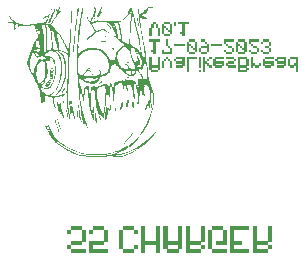
<source format=gbr>
%TF.GenerationSoftware,KiCad,Pcbnew,7.0.10*%
%TF.CreationDate,2024-03-07T14:05:51+00:00*%
%TF.ProjectId,tp4056,74703430-3536-42e6-9b69-6361645f7063,rev?*%
%TF.SameCoordinates,Original*%
%TF.FileFunction,Legend,Bot*%
%TF.FilePolarity,Positive*%
%FSLAX46Y46*%
G04 Gerber Fmt 4.6, Leading zero omitted, Abs format (unit mm)*
G04 Created by KiCad (PCBNEW 7.0.10) date 2024-03-07 14:05:51*
%MOMM*%
%LPD*%
G01*
G04 APERTURE LIST*
%ADD10C,0.200000*%
%ADD11C,0.360000*%
%ADD12R,1.700000X1.700000*%
%ADD13C,0.650000*%
%ADD14O,2.100000X1.000000*%
%ADD15O,1.600000X1.000000*%
%ADD16C,1.000000*%
%ADD17C,0.800000*%
%ADD18C,0.600000*%
%ADD19C,2.000000*%
G04 APERTURE END LIST*
D10*
G36*
X158950000Y-76445366D02*
G01*
X158950000Y-77508311D01*
X159140509Y-77508311D01*
X159140509Y-77336364D01*
X159653419Y-77336364D01*
X159653419Y-77508311D01*
X159840997Y-77508311D01*
X159840997Y-76445366D01*
X159653419Y-76445366D01*
X159653419Y-77145610D01*
X159140509Y-77145610D01*
X159140509Y-76445366D01*
X158950000Y-76445366D01*
G37*
G36*
X159124877Y-77489504D02*
G01*
X159124877Y-77680258D01*
X159669050Y-77680258D01*
X159669050Y-77489504D01*
X159124877Y-77489504D01*
G37*
G36*
X160346092Y-76445366D02*
G01*
X160346092Y-76636120D01*
X160533670Y-76636120D01*
X160533670Y-76445366D01*
X160346092Y-76445366D01*
G37*
G36*
X160174145Y-76620488D02*
G01*
X160174145Y-76808066D01*
X160361723Y-76808066D01*
X160361723Y-76620488D01*
X160174145Y-76620488D01*
G37*
G36*
X160527808Y-76620488D02*
G01*
X160527808Y-76808066D01*
X160718318Y-76808066D01*
X160718318Y-76620488D01*
X160527808Y-76620488D01*
G37*
G36*
X159999267Y-76789260D02*
G01*
X159999267Y-77336364D01*
X160189776Y-77336364D01*
X160189776Y-76789260D01*
X159999267Y-76789260D01*
G37*
G36*
X160702686Y-76789260D02*
G01*
X160702686Y-77336364D01*
X160890265Y-77336364D01*
X160890265Y-76789260D01*
X160702686Y-76789260D01*
G37*
G36*
X161048534Y-76620488D02*
G01*
X161048534Y-76808066D01*
X161239043Y-76808066D01*
X161239043Y-76620488D01*
X161048534Y-76620488D01*
G37*
G36*
X161223412Y-76445366D02*
G01*
X161223412Y-76636120D01*
X161751953Y-76636120D01*
X161751953Y-76801716D01*
X161223412Y-76801716D01*
X161223412Y-76992470D01*
X161751953Y-76992470D01*
X161751953Y-77161242D01*
X161939532Y-77161242D01*
X161939532Y-76445366D01*
X161223412Y-76445366D01*
G37*
G36*
X161223412Y-77145610D02*
G01*
X161223412Y-77336364D01*
X161767585Y-77336364D01*
X161767585Y-77145610D01*
X161223412Y-77145610D01*
G37*
G36*
X162097801Y-76445366D02*
G01*
X162097801Y-77680258D01*
X162288311Y-77680258D01*
X162288311Y-76636120D01*
X162988799Y-76636120D01*
X162988799Y-76445366D01*
X162097801Y-76445366D01*
G37*
G36*
X163147069Y-76445366D02*
G01*
X163147069Y-77336364D01*
X163337578Y-77336364D01*
X163337578Y-76445366D01*
X163147069Y-76445366D01*
G37*
G36*
X163147069Y-77489504D02*
G01*
X163147069Y-77680258D01*
X163337578Y-77680258D01*
X163337578Y-77489504D01*
X163147069Y-77489504D01*
G37*
G36*
X164025366Y-76445366D02*
G01*
X164025366Y-76636120D01*
X164215875Y-76636120D01*
X164215875Y-76445366D01*
X164025366Y-76445366D01*
G37*
G36*
X163846824Y-76620488D02*
G01*
X163846824Y-76808066D01*
X164031228Y-76808066D01*
X164031228Y-76620488D01*
X163846824Y-76620488D01*
G37*
G36*
X163846824Y-76976838D02*
G01*
X163846824Y-77164417D01*
X164031228Y-77164417D01*
X164031228Y-76976838D01*
X163846824Y-76976838D01*
G37*
G36*
X164025366Y-77145610D02*
G01*
X164025366Y-77336364D01*
X164215875Y-77336364D01*
X164215875Y-77145610D01*
X164025366Y-77145610D01*
G37*
G36*
X163496824Y-76445366D02*
G01*
X163496824Y-77680258D01*
X163687334Y-77680258D01*
X163687334Y-76992470D01*
X163862456Y-76992470D01*
X163862456Y-76801716D01*
X163687334Y-76801716D01*
X163687334Y-76445366D01*
X163496824Y-76445366D01*
G37*
G36*
X164546092Y-76445366D02*
G01*
X164546092Y-76636120D01*
X165262212Y-76636120D01*
X165262212Y-76445366D01*
X164546092Y-76445366D01*
G37*
G36*
X164371214Y-76620488D02*
G01*
X164371214Y-77164417D01*
X164561723Y-77164417D01*
X164561723Y-76992470D01*
X165074633Y-76992470D01*
X165074633Y-77164417D01*
X165262212Y-77164417D01*
X165262212Y-76801716D01*
X164561723Y-76801716D01*
X164561723Y-76620488D01*
X164371214Y-76620488D01*
G37*
G36*
X164546092Y-77145610D02*
G01*
X164546092Y-77336364D01*
X165090265Y-77336364D01*
X165090265Y-77145610D01*
X164546092Y-77145610D01*
G37*
G36*
X165420481Y-76445366D02*
G01*
X165420481Y-76636120D01*
X166139532Y-76636120D01*
X166139532Y-76445366D01*
X165420481Y-76445366D01*
G37*
G36*
X166123900Y-76620488D02*
G01*
X166123900Y-76808066D01*
X166311479Y-76808066D01*
X166311479Y-76620488D01*
X166123900Y-76620488D01*
G37*
G36*
X165595359Y-76801716D02*
G01*
X165595359Y-76992470D01*
X166139532Y-76992470D01*
X166139532Y-76801716D01*
X165595359Y-76801716D01*
G37*
G36*
X165420481Y-76976838D02*
G01*
X165420481Y-77164417D01*
X165610990Y-77164417D01*
X165610990Y-76976838D01*
X165420481Y-76976838D01*
G37*
G36*
X165595359Y-77145610D02*
G01*
X165595359Y-77336364D01*
X166311479Y-77336364D01*
X166311479Y-77145610D01*
X165595359Y-77145610D01*
G37*
G36*
X167170237Y-76620488D02*
G01*
X167170237Y-77164417D01*
X167360746Y-77164417D01*
X167360746Y-76620488D01*
X167170237Y-76620488D01*
G37*
G36*
X167170237Y-77320732D02*
G01*
X167170237Y-77511486D01*
X167360746Y-77511486D01*
X167360746Y-77320732D01*
X167170237Y-77320732D01*
G37*
G36*
X166469748Y-76445366D02*
G01*
X166469748Y-77680258D01*
X167185868Y-77680258D01*
X167185868Y-77489504D01*
X166660258Y-77489504D01*
X166660258Y-77336364D01*
X167185868Y-77336364D01*
X167185868Y-77145610D01*
X166660258Y-77145610D01*
X166660258Y-76636120D01*
X167185868Y-76636120D01*
X167185868Y-76445366D01*
X166469748Y-76445366D01*
G37*
G36*
X168222435Y-76973663D02*
G01*
X168222435Y-77164417D01*
X168410013Y-77164417D01*
X168410013Y-76973663D01*
X168222435Y-76973663D01*
G37*
G36*
X167519016Y-76445366D02*
G01*
X167519016Y-77336364D01*
X167709525Y-77336364D01*
X167709525Y-77164417D01*
X167894173Y-77164417D01*
X167894173Y-76973663D01*
X167709525Y-76973663D01*
X167709525Y-76445366D01*
X167519016Y-76445366D01*
G37*
G36*
X167878541Y-77145610D02*
G01*
X167878541Y-77336364D01*
X168238066Y-77336364D01*
X168238066Y-77145610D01*
X167878541Y-77145610D01*
G37*
G36*
X168743161Y-76445366D02*
G01*
X168743161Y-76636120D01*
X169459281Y-76636120D01*
X169459281Y-76445366D01*
X168743161Y-76445366D01*
G37*
G36*
X168568283Y-76620488D02*
G01*
X168568283Y-77164417D01*
X168758792Y-77164417D01*
X168758792Y-76992470D01*
X169271702Y-76992470D01*
X169271702Y-77164417D01*
X169459281Y-77164417D01*
X169459281Y-76801716D01*
X168758792Y-76801716D01*
X168758792Y-76620488D01*
X168568283Y-76620488D01*
G37*
G36*
X168743161Y-77145610D02*
G01*
X168743161Y-77336364D01*
X169287334Y-77336364D01*
X169287334Y-77145610D01*
X168743161Y-77145610D01*
G37*
G36*
X169617550Y-76620488D02*
G01*
X169617550Y-76808066D01*
X169808060Y-76808066D01*
X169808060Y-76620488D01*
X169617550Y-76620488D01*
G37*
G36*
X169792428Y-76445366D02*
G01*
X169792428Y-76636120D01*
X170320969Y-76636120D01*
X170320969Y-76801716D01*
X169792428Y-76801716D01*
X169792428Y-76992470D01*
X170320969Y-76992470D01*
X170320969Y-77161242D01*
X170508548Y-77161242D01*
X170508548Y-76445366D01*
X169792428Y-76445366D01*
G37*
G36*
X169792428Y-77145610D02*
G01*
X169792428Y-77336364D01*
X170336601Y-77336364D01*
X170336601Y-77145610D01*
X169792428Y-77145610D01*
G37*
G36*
X170666817Y-76620488D02*
G01*
X170666817Y-77164417D01*
X170857327Y-77164417D01*
X170857327Y-76620488D01*
X170666817Y-76620488D01*
G37*
G36*
X170841695Y-77145610D02*
G01*
X170841695Y-77336364D01*
X171198290Y-77336364D01*
X171198290Y-77145610D01*
X170841695Y-77145610D01*
G37*
G36*
X170841695Y-76445366D02*
G01*
X170841695Y-76636120D01*
X171367306Y-76636120D01*
X171367306Y-76973663D01*
X171182658Y-76973663D01*
X171182658Y-77164417D01*
X171367306Y-77164417D01*
X171367306Y-77680258D01*
X171557815Y-77680258D01*
X171557815Y-76445366D01*
X170841695Y-76445366D01*
G37*
G36*
X158950000Y-74945366D02*
G01*
X158950000Y-75136120D01*
X159293893Y-75136120D01*
X159293893Y-75820732D01*
X159121946Y-75820732D01*
X159121946Y-76011486D01*
X159293893Y-76011486D01*
X159293893Y-76180258D01*
X159484403Y-76180258D01*
X159484403Y-75136120D01*
X159840997Y-75136120D01*
X159840997Y-74945366D01*
X158950000Y-74945366D01*
G37*
G36*
X160343161Y-74945366D02*
G01*
X160343161Y-75492470D01*
X160533670Y-75492470D01*
X160533670Y-74945366D01*
X160343161Y-74945366D01*
G37*
G36*
X160527808Y-75476838D02*
G01*
X160527808Y-75664417D01*
X160718318Y-75664417D01*
X160718318Y-75476838D01*
X160527808Y-75476838D01*
G37*
G36*
X160702686Y-75648785D02*
G01*
X160702686Y-75989504D01*
X160189776Y-75989504D01*
X160189776Y-75819267D01*
X159999267Y-75819267D01*
X159999267Y-76180258D01*
X160890265Y-76180258D01*
X160890265Y-75648785D01*
X160702686Y-75648785D01*
G37*
G36*
X161048534Y-75289260D02*
G01*
X161048534Y-75480013D01*
X161939532Y-75480013D01*
X161939532Y-75289260D01*
X161048534Y-75289260D01*
G37*
G36*
X162272679Y-74945366D02*
G01*
X162272679Y-75136120D01*
X162816852Y-75136120D01*
X162816852Y-74945366D01*
X162272679Y-74945366D01*
G37*
G36*
X162447801Y-75476838D02*
G01*
X162447801Y-75664417D01*
X162632205Y-75664417D01*
X162632205Y-75476838D01*
X162447801Y-75476838D01*
G37*
G36*
X162097801Y-75120488D02*
G01*
X162097801Y-76008311D01*
X162288311Y-76008311D01*
X162288311Y-75492470D01*
X162463433Y-75492470D01*
X162463433Y-75301716D01*
X162288311Y-75301716D01*
X162288311Y-75120488D01*
X162097801Y-75120488D01*
G37*
G36*
X162801221Y-75120488D02*
G01*
X162801221Y-75645610D01*
X162616573Y-75645610D01*
X162616573Y-75836364D01*
X162801221Y-75836364D01*
X162801221Y-76008311D01*
X162988799Y-76008311D01*
X162988799Y-75120488D01*
X162801221Y-75120488D01*
G37*
G36*
X162272679Y-75989504D02*
G01*
X162272679Y-76180258D01*
X162816852Y-76180258D01*
X162816852Y-75989504D01*
X162272679Y-75989504D01*
G37*
G36*
X163321946Y-74945366D02*
G01*
X163321946Y-75136120D01*
X163678541Y-75136120D01*
X163678541Y-74945366D01*
X163321946Y-74945366D01*
G37*
G36*
X163675610Y-75120488D02*
G01*
X163675610Y-75308066D01*
X163866120Y-75308066D01*
X163866120Y-75120488D01*
X163675610Y-75120488D01*
G37*
G36*
X163147069Y-75648785D02*
G01*
X163147069Y-76008311D01*
X163337578Y-76008311D01*
X163337578Y-75648785D01*
X163147069Y-75648785D01*
G37*
G36*
X163850488Y-75292435D02*
G01*
X163850488Y-75473663D01*
X163321946Y-75473663D01*
X163321946Y-75664417D01*
X163850488Y-75664417D01*
X163850488Y-76008311D01*
X164038066Y-76008311D01*
X164038066Y-75292435D01*
X163850488Y-75292435D01*
G37*
G36*
X163321946Y-75989504D02*
G01*
X163321946Y-76180258D01*
X163866120Y-76180258D01*
X163866120Y-75989504D01*
X163321946Y-75989504D01*
G37*
G36*
X164196336Y-75289260D02*
G01*
X164196336Y-75480013D01*
X165087334Y-75480013D01*
X165087334Y-75289260D01*
X164196336Y-75289260D01*
G37*
G36*
X165245603Y-74945366D02*
G01*
X165245603Y-75317348D01*
X165436113Y-75317348D01*
X165436113Y-75136120D01*
X166136601Y-75136120D01*
X166136601Y-74945366D01*
X165245603Y-74945366D01*
G37*
G36*
X165420481Y-75301716D02*
G01*
X165420481Y-75492470D01*
X165608060Y-75492470D01*
X165608060Y-75301716D01*
X165420481Y-75301716D01*
G37*
G36*
X165605129Y-75476838D02*
G01*
X165605129Y-75664417D01*
X165964654Y-75664417D01*
X165964654Y-75476838D01*
X165605129Y-75476838D01*
G37*
G36*
X165245603Y-75817557D02*
G01*
X165245603Y-76008311D01*
X165436113Y-76008311D01*
X165436113Y-75817557D01*
X165245603Y-75817557D01*
G37*
G36*
X165949023Y-75648785D02*
G01*
X165949023Y-76008311D01*
X166136601Y-76008311D01*
X166136601Y-75648785D01*
X165949023Y-75648785D01*
G37*
G36*
X165420481Y-75989504D02*
G01*
X165420481Y-76180258D01*
X165964654Y-76180258D01*
X165964654Y-75989504D01*
X165420481Y-75989504D01*
G37*
G36*
X166469748Y-74945366D02*
G01*
X166469748Y-75136120D01*
X167013921Y-75136120D01*
X167013921Y-74945366D01*
X166469748Y-74945366D01*
G37*
G36*
X166644870Y-75476838D02*
G01*
X166644870Y-75664417D01*
X166829274Y-75664417D01*
X166829274Y-75476838D01*
X166644870Y-75476838D01*
G37*
G36*
X166294870Y-75120488D02*
G01*
X166294870Y-76008311D01*
X166485380Y-76008311D01*
X166485380Y-75492470D01*
X166660502Y-75492470D01*
X166660502Y-75301716D01*
X166485380Y-75301716D01*
X166485380Y-75120488D01*
X166294870Y-75120488D01*
G37*
G36*
X166998290Y-75120488D02*
G01*
X166998290Y-75645610D01*
X166813642Y-75645610D01*
X166813642Y-75836364D01*
X166998290Y-75836364D01*
X166998290Y-76008311D01*
X167185868Y-76008311D01*
X167185868Y-75120488D01*
X166998290Y-75120488D01*
G37*
G36*
X166469748Y-75989504D02*
G01*
X166469748Y-76180258D01*
X167013921Y-76180258D01*
X167013921Y-75989504D01*
X166469748Y-75989504D01*
G37*
G36*
X167344138Y-74945366D02*
G01*
X167344138Y-75317348D01*
X167534647Y-75317348D01*
X167534647Y-75136120D01*
X168235136Y-75136120D01*
X168235136Y-74945366D01*
X167344138Y-74945366D01*
G37*
G36*
X167519016Y-75301716D02*
G01*
X167519016Y-75492470D01*
X167706594Y-75492470D01*
X167706594Y-75301716D01*
X167519016Y-75301716D01*
G37*
G36*
X167703663Y-75476838D02*
G01*
X167703663Y-75664417D01*
X168063189Y-75664417D01*
X168063189Y-75476838D01*
X167703663Y-75476838D01*
G37*
G36*
X167344138Y-75817557D02*
G01*
X167344138Y-76008311D01*
X167534647Y-76008311D01*
X167534647Y-75817557D01*
X167344138Y-75817557D01*
G37*
G36*
X168047557Y-75648785D02*
G01*
X168047557Y-76008311D01*
X168235136Y-76008311D01*
X168235136Y-75648785D01*
X168047557Y-75648785D01*
G37*
G36*
X167519016Y-75989504D02*
G01*
X167519016Y-76180258D01*
X168063189Y-76180258D01*
X168063189Y-75989504D01*
X167519016Y-75989504D01*
G37*
G36*
X168568283Y-74945366D02*
G01*
X168568283Y-75136120D01*
X169112456Y-75136120D01*
X169112456Y-74945366D01*
X168568283Y-74945366D01*
G37*
G36*
X168393405Y-75120488D02*
G01*
X168393405Y-75308066D01*
X168583914Y-75308066D01*
X168583914Y-75120488D01*
X168393405Y-75120488D01*
G37*
G36*
X169096824Y-75120488D02*
G01*
X169096824Y-75480013D01*
X169284403Y-75480013D01*
X169284403Y-75120488D01*
X169096824Y-75120488D01*
G37*
G36*
X168752930Y-75473663D02*
G01*
X168752930Y-75664417D01*
X169112456Y-75664417D01*
X169112456Y-75473663D01*
X168752930Y-75473663D01*
G37*
G36*
X168393405Y-75817557D02*
G01*
X168393405Y-76008311D01*
X168583914Y-76008311D01*
X168583914Y-75817557D01*
X168393405Y-75817557D01*
G37*
G36*
X169096824Y-75648785D02*
G01*
X169096824Y-76008311D01*
X169284403Y-76008311D01*
X169284403Y-75648785D01*
X169096824Y-75648785D01*
G37*
G36*
X168568283Y-75989504D02*
G01*
X168568283Y-76180258D01*
X169112456Y-76180258D01*
X169112456Y-75989504D01*
X168568283Y-75989504D01*
G37*
D11*
G36*
X152270935Y-90771659D02*
G01*
X152270935Y-91115016D01*
X153250446Y-91115016D01*
X153250446Y-90771659D01*
X152270935Y-90771659D01*
G37*
G36*
X151956155Y-91086879D02*
G01*
X151956155Y-91424520D01*
X152299071Y-91424520D01*
X152299071Y-91086879D01*
X151956155Y-91086879D01*
G37*
G36*
X153222309Y-91086879D02*
G01*
X153222309Y-92071666D01*
X153559951Y-92071666D01*
X153559951Y-91086879D01*
X153222309Y-91086879D01*
G37*
G36*
X152270935Y-92032099D02*
G01*
X152270935Y-92375455D01*
X153250446Y-92375455D01*
X153250446Y-92032099D01*
X152270935Y-92032099D01*
G37*
G36*
X151956155Y-92347318D02*
G01*
X151956155Y-92690675D01*
X152299071Y-92690675D01*
X152299071Y-92347318D01*
X151956155Y-92347318D01*
G37*
G36*
X152270935Y-92651108D02*
G01*
X152270935Y-92994464D01*
X153559951Y-92994464D01*
X153559951Y-92651108D01*
X152270935Y-92651108D01*
G37*
G36*
X154159616Y-90771659D02*
G01*
X154159616Y-91115016D01*
X155139127Y-91115016D01*
X155139127Y-90771659D01*
X154159616Y-90771659D01*
G37*
G36*
X153844836Y-91086879D02*
G01*
X153844836Y-91424520D01*
X154187753Y-91424520D01*
X154187753Y-91086879D01*
X153844836Y-91086879D01*
G37*
G36*
X155110991Y-91086879D02*
G01*
X155110991Y-92071666D01*
X155448632Y-92071666D01*
X155448632Y-91086879D01*
X155110991Y-91086879D01*
G37*
G36*
X153844836Y-92032099D02*
G01*
X153844836Y-92994464D01*
X155448632Y-92994464D01*
X155448632Y-92651108D01*
X154187753Y-92651108D01*
X154187753Y-92375455D01*
X155139127Y-92375455D01*
X155139127Y-92032099D01*
X153844836Y-92032099D01*
G37*
G36*
X156677857Y-90771659D02*
G01*
X156677857Y-91115016D01*
X157657369Y-91115016D01*
X157657369Y-90771659D01*
X156677857Y-90771659D01*
G37*
G36*
X157629232Y-91086879D02*
G01*
X157629232Y-91424520D01*
X157966873Y-91424520D01*
X157966873Y-91086879D01*
X157629232Y-91086879D01*
G37*
G36*
X156363077Y-91086879D02*
G01*
X156363077Y-92690675D01*
X156705994Y-92690675D01*
X156705994Y-91086879D01*
X156363077Y-91086879D01*
G37*
G36*
X157629232Y-92347318D02*
G01*
X157629232Y-92690675D01*
X157966873Y-92690675D01*
X157966873Y-92347318D01*
X157629232Y-92347318D01*
G37*
G36*
X156677857Y-92651108D02*
G01*
X156677857Y-92994464D01*
X157657369Y-92994464D01*
X157657369Y-92651108D01*
X156677857Y-92651108D01*
G37*
G36*
X158251758Y-90771659D02*
G01*
X158251758Y-92994464D01*
X158594675Y-92994464D01*
X158594675Y-92375455D01*
X159512637Y-92375455D01*
X159512637Y-92994464D01*
X159855554Y-92994464D01*
X159855554Y-90771659D01*
X159512637Y-90771659D01*
X159512637Y-92032099D01*
X158594675Y-92032099D01*
X158594675Y-90771659D01*
X158251758Y-90771659D01*
G37*
G36*
X160140439Y-90771659D02*
G01*
X160140439Y-92684960D01*
X160483356Y-92684960D01*
X160483356Y-92375455D01*
X161406594Y-92375455D01*
X161406594Y-92684960D01*
X161744235Y-92684960D01*
X161744235Y-90771659D01*
X161406594Y-90771659D01*
X161406594Y-92032099D01*
X160483356Y-92032099D01*
X160483356Y-90771659D01*
X160140439Y-90771659D01*
G37*
G36*
X160455219Y-92651108D02*
G01*
X160455219Y-92994464D01*
X161434731Y-92994464D01*
X161434731Y-92651108D01*
X160455219Y-92651108D01*
G37*
G36*
X163290000Y-90771659D02*
G01*
X163290000Y-92065951D01*
X163632917Y-92065951D01*
X163632917Y-90771659D01*
X163290000Y-90771659D01*
G37*
G36*
X163290000Y-92347318D02*
G01*
X163290000Y-92690675D01*
X163632917Y-92690675D01*
X163632917Y-92347318D01*
X163290000Y-92347318D01*
G37*
G36*
X162029120Y-90771659D02*
G01*
X162029120Y-92994464D01*
X163318136Y-92994464D01*
X163318136Y-92651108D01*
X162372037Y-92651108D01*
X162372037Y-92375455D01*
X163318136Y-92375455D01*
X163318136Y-92032099D01*
X162372037Y-92032099D01*
X162372037Y-90771659D01*
X162029120Y-90771659D01*
G37*
G36*
X164232582Y-90771659D02*
G01*
X164232582Y-91115016D01*
X165212093Y-91115016D01*
X165212093Y-90771659D01*
X164232582Y-90771659D01*
G37*
G36*
X165183956Y-91086879D02*
G01*
X165183956Y-92032099D01*
X164550000Y-92032099D01*
X164550000Y-92375455D01*
X165521598Y-92375455D01*
X165521598Y-91086879D01*
X165183956Y-91086879D01*
G37*
G36*
X163917801Y-91086879D02*
G01*
X163917801Y-92684960D01*
X164260718Y-92684960D01*
X164260718Y-91086879D01*
X163917801Y-91086879D01*
G37*
G36*
X164232582Y-92651108D02*
G01*
X164232582Y-92994464D01*
X165521598Y-92994464D01*
X165521598Y-92651108D01*
X164232582Y-92651108D01*
G37*
G36*
X165806482Y-90771659D02*
G01*
X165806482Y-92994464D01*
X167410279Y-92994464D01*
X167410279Y-92651108D01*
X166149399Y-92651108D01*
X166149399Y-92375455D01*
X166777201Y-92375455D01*
X166777201Y-92032099D01*
X166149399Y-92032099D01*
X166149399Y-91115016D01*
X167410279Y-91115016D01*
X167410279Y-90771659D01*
X165806482Y-90771659D01*
G37*
G36*
X168956043Y-90771659D02*
G01*
X168956043Y-92065951D01*
X169298960Y-92065951D01*
X169298960Y-90771659D01*
X168956043Y-90771659D01*
G37*
G36*
X168956043Y-92347318D02*
G01*
X168956043Y-92690675D01*
X169298960Y-92690675D01*
X169298960Y-92347318D01*
X168956043Y-92347318D01*
G37*
G36*
X167695164Y-90771659D02*
G01*
X167695164Y-92994464D01*
X168984180Y-92994464D01*
X168984180Y-92651108D01*
X168038081Y-92651108D01*
X168038081Y-92375455D01*
X168984180Y-92375455D01*
X168984180Y-92032099D01*
X168038081Y-92032099D01*
X168038081Y-90771659D01*
X167695164Y-90771659D01*
G37*
D10*
G36*
X159296824Y-73445366D02*
G01*
X159296824Y-73636120D01*
X159484403Y-73636120D01*
X159484403Y-73445366D01*
X159296824Y-73445366D01*
G37*
G36*
X159124877Y-73620488D02*
G01*
X159124877Y-73976838D01*
X159312456Y-73976838D01*
X159312456Y-73620488D01*
X159124877Y-73620488D01*
G37*
G36*
X159478541Y-73620488D02*
G01*
X159478541Y-73976838D01*
X159669050Y-73976838D01*
X159669050Y-73620488D01*
X159478541Y-73620488D01*
G37*
G36*
X158950000Y-73961207D02*
G01*
X158950000Y-74680258D01*
X159140509Y-74680258D01*
X159140509Y-73961207D01*
X158950000Y-73961207D01*
G37*
G36*
X159653419Y-73961207D02*
G01*
X159653419Y-74680258D01*
X159840997Y-74680258D01*
X159840997Y-73961207D01*
X159653419Y-73961207D01*
G37*
G36*
X160174145Y-73445366D02*
G01*
X160174145Y-73636120D01*
X160718318Y-73636120D01*
X160718318Y-73445366D01*
X160174145Y-73445366D01*
G37*
G36*
X160349267Y-73976838D02*
G01*
X160349267Y-74164417D01*
X160533670Y-74164417D01*
X160533670Y-73976838D01*
X160349267Y-73976838D01*
G37*
G36*
X159999267Y-73620488D02*
G01*
X159999267Y-74508311D01*
X160189776Y-74508311D01*
X160189776Y-73992470D01*
X160364898Y-73992470D01*
X160364898Y-73801716D01*
X160189776Y-73801716D01*
X160189776Y-73620488D01*
X159999267Y-73620488D01*
G37*
G36*
X160702686Y-73620488D02*
G01*
X160702686Y-74145610D01*
X160518039Y-74145610D01*
X160518039Y-74336364D01*
X160702686Y-74336364D01*
X160702686Y-74508311D01*
X160890265Y-74508311D01*
X160890265Y-73620488D01*
X160702686Y-73620488D01*
G37*
G36*
X160174145Y-74489504D02*
G01*
X160174145Y-74680258D01*
X160718318Y-74680258D01*
X160718318Y-74489504D01*
X160174145Y-74489504D01*
G37*
G36*
X161048534Y-73445366D02*
G01*
X161048534Y-73804891D01*
X161239043Y-73804891D01*
X161239043Y-73445366D01*
X161048534Y-73445366D01*
G37*
G36*
X161398290Y-73445366D02*
G01*
X161398290Y-73636120D01*
X161742184Y-73636120D01*
X161742184Y-74320732D01*
X161570237Y-74320732D01*
X161570237Y-74511486D01*
X161742184Y-74511486D01*
X161742184Y-74680258D01*
X161932693Y-74680258D01*
X161932693Y-73636120D01*
X162289288Y-73636120D01*
X162289288Y-73445366D01*
X161398290Y-73445366D01*
G37*
%TO.C,G\u002A\u002A\u002A*%
G36*
X152111389Y-72240889D02*
G01*
X152082460Y-72269818D01*
X152053530Y-72240889D01*
X152082460Y-72211959D01*
X152111389Y-72240889D01*
G37*
G36*
X154136446Y-77332460D02*
G01*
X154107517Y-77361390D01*
X154078587Y-77332460D01*
X154107517Y-77303531D01*
X154136446Y-77332460D01*
G37*
G36*
X154310023Y-73166629D02*
G01*
X154281093Y-73195558D01*
X154252164Y-73166629D01*
X154281093Y-73137700D01*
X154310023Y-73166629D01*
G37*
G36*
X154772893Y-77563895D02*
G01*
X154743963Y-77592825D01*
X154715034Y-77563895D01*
X154743963Y-77534966D01*
X154772893Y-77563895D01*
G37*
G36*
X155525057Y-75712415D02*
G01*
X155496127Y-75741344D01*
X155467198Y-75712415D01*
X155496127Y-75683485D01*
X155525057Y-75712415D01*
G37*
G36*
X156913667Y-76869590D02*
G01*
X156884738Y-76898520D01*
X156855808Y-76869590D01*
X156884738Y-76840661D01*
X156913667Y-76869590D01*
G37*
G36*
X157723690Y-77332460D02*
G01*
X157694761Y-77361390D01*
X157665831Y-77332460D01*
X157694761Y-77303531D01*
X157723690Y-77332460D01*
G37*
G36*
X149612025Y-74273156D02*
G01*
X149605128Y-74363582D01*
X149584301Y-74390363D01*
X149570171Y-74328626D01*
X149574262Y-74269942D01*
X149600560Y-74252686D01*
X149612025Y-74273156D01*
G37*
G36*
X151925451Y-78719908D02*
G01*
X151918527Y-78788573D01*
X151901124Y-78797625D01*
X151879954Y-78750000D01*
X151884130Y-78719370D01*
X151918527Y-78711428D01*
X151925451Y-78719908D01*
G37*
G36*
X155801989Y-80397812D02*
G01*
X155795064Y-80466477D01*
X155777661Y-80475529D01*
X155756492Y-80427905D01*
X155760667Y-80397274D01*
X155795064Y-80389332D01*
X155801989Y-80397812D01*
G37*
G36*
X158579210Y-78893484D02*
G01*
X158572285Y-78962149D01*
X158554882Y-78971201D01*
X158533713Y-78923577D01*
X158537888Y-78892946D01*
X158572285Y-78885004D01*
X158579210Y-78893484D01*
G37*
G36*
X154813325Y-77651247D02*
G01*
X154826067Y-77684739D01*
X154763953Y-77742997D01*
X154731619Y-77757075D01*
X154738438Y-77717482D01*
X154756299Y-77691780D01*
X154805237Y-77650684D01*
X154813325Y-77651247D01*
G37*
G36*
X155249593Y-74643709D02*
G01*
X155293622Y-74699886D01*
X155291940Y-74713716D01*
X155235763Y-74757745D01*
X155221933Y-74756064D01*
X155177904Y-74699886D01*
X155179585Y-74686057D01*
X155235763Y-74642028D01*
X155249593Y-74643709D01*
G37*
G36*
X157154774Y-76857166D02*
G01*
X157289749Y-76898520D01*
X157350899Y-76933409D01*
X157318679Y-76948245D01*
X157251148Y-76939873D01*
X157116173Y-76898520D01*
X157055024Y-76863630D01*
X157087243Y-76848794D01*
X157154774Y-76857166D01*
G37*
G36*
X157937995Y-80181209D02*
G01*
X157948303Y-80299392D01*
X157938785Y-80470503D01*
X157928512Y-80510792D01*
X157918145Y-80472394D01*
X157913815Y-80341116D01*
X157915709Y-80233734D01*
X157924444Y-80157927D01*
X157937995Y-80181209D01*
G37*
G36*
X158398088Y-80354480D02*
G01*
X158408702Y-80402022D01*
X158400232Y-80528056D01*
X158397369Y-80538004D01*
X158379759Y-80546570D01*
X158371416Y-80456834D01*
X158371336Y-80443132D01*
X158379094Y-80352557D01*
X158398088Y-80354480D01*
G37*
G36*
X158515608Y-77548756D02*
G01*
X158526091Y-77629433D01*
X158516775Y-77780191D01*
X158509209Y-77808661D01*
X158496142Y-77791661D01*
X158490445Y-77679613D01*
X158491192Y-77618320D01*
X158499968Y-77535231D01*
X158515608Y-77548756D01*
G37*
G36*
X151159909Y-72289936D02*
G01*
X151130850Y-72417373D01*
X151124959Y-72436350D01*
X151091289Y-72512126D01*
X151074905Y-72491521D01*
X151076218Y-72441703D01*
X151106009Y-72300984D01*
X151132587Y-72242402D01*
X151159075Y-72224994D01*
X151159909Y-72289936D01*
G37*
G36*
X157154577Y-78128596D02*
G01*
X157289749Y-78171413D01*
X157405467Y-78221138D01*
X157289749Y-78224319D01*
X157218609Y-78218062D01*
X157087243Y-78171413D01*
X157072590Y-78161851D01*
X157029652Y-78123796D01*
X157087243Y-78118506D01*
X157154577Y-78128596D01*
G37*
G36*
X150409556Y-80730458D02*
G01*
X150439416Y-80852305D01*
X150462745Y-81030825D01*
X150435363Y-81170529D01*
X150403065Y-81195882D01*
X150386319Y-81125174D01*
X150383198Y-80948634D01*
X150383358Y-80936017D01*
X150386544Y-80763718D01*
X150393604Y-80698064D01*
X150409556Y-80730458D01*
G37*
G36*
X152897145Y-81089255D02*
G01*
X152912373Y-81135066D01*
X152946764Y-81307180D01*
X152940719Y-81436408D01*
X152916835Y-81501638D01*
X152892121Y-81509297D01*
X152859112Y-81411504D01*
X152829098Y-81250359D01*
X152815539Y-81064351D01*
X152813848Y-80861845D01*
X152897145Y-81089255D01*
G37*
G36*
X155409339Y-75107851D02*
G01*
X155361667Y-75115676D01*
X155129384Y-75141731D01*
X154917540Y-75150257D01*
X154686105Y-75146336D01*
X154917540Y-75104898D01*
X154956013Y-75098546D01*
X155182787Y-75073244D01*
X155409339Y-75062491D01*
X155669704Y-75061523D01*
X155409339Y-75107851D01*
G37*
G36*
X159196177Y-80356285D02*
G01*
X159170040Y-80543622D01*
X159161819Y-80592298D01*
X159139143Y-80705900D01*
X159126491Y-80713162D01*
X159119542Y-80620678D01*
X159124637Y-80467399D01*
X159148378Y-80343353D01*
X159170981Y-80290648D01*
X159196325Y-80270424D01*
X159196177Y-80356285D01*
G37*
G36*
X150243808Y-80932878D02*
G01*
X150244606Y-80939530D01*
X150253533Y-81133565D01*
X150244275Y-81337890D01*
X150241394Y-81362229D01*
X150231187Y-81389505D01*
X150223928Y-81315344D01*
X150221036Y-81151139D01*
X150221136Y-81105852D01*
X150224864Y-80955200D01*
X150232896Y-80892999D01*
X150243808Y-80932878D01*
G37*
G36*
X151872903Y-78915680D02*
G01*
X151835520Y-79005386D01*
X151763018Y-79140150D01*
X151675588Y-79285575D01*
X151593424Y-79407262D01*
X151536720Y-79470813D01*
X151534649Y-79446440D01*
X151581359Y-79345980D01*
X151667588Y-79191269D01*
X151757603Y-79044974D01*
X151834794Y-78933944D01*
X151872519Y-78898793D01*
X151872903Y-78915680D01*
G37*
G36*
X155896407Y-75660746D02*
G01*
X155949640Y-75709044D01*
X155975441Y-75821350D01*
X155977224Y-76022364D01*
X155966521Y-76348861D01*
X155945535Y-76052713D01*
X155923941Y-75873876D01*
X155878707Y-75759305D01*
X155797126Y-75695012D01*
X155759758Y-75674647D01*
X155729462Y-75637023D01*
X155782459Y-75629819D01*
X155896407Y-75660746D01*
G37*
G36*
X156146740Y-80644173D02*
G01*
X156133892Y-80752917D01*
X156098823Y-80914883D01*
X156073898Y-81006465D01*
X156033254Y-81124574D01*
X156006824Y-81160393D01*
X156002690Y-81137377D01*
X156015538Y-81028633D01*
X156050607Y-80866667D01*
X156075532Y-80775084D01*
X156116176Y-80656976D01*
X156142606Y-80621156D01*
X156146740Y-80644173D01*
G37*
G36*
X151930076Y-80788677D02*
G01*
X151969674Y-80977563D01*
X151987602Y-81074443D01*
X152023932Y-81294176D01*
X152039765Y-81431066D01*
X152035214Y-81477330D01*
X152010396Y-81425187D01*
X151965423Y-81266857D01*
X151944169Y-81175503D01*
X151906490Y-80955435D01*
X151891996Y-80775057D01*
X151892617Y-80747731D01*
X151904224Y-80711635D01*
X151930076Y-80788677D01*
G37*
G36*
X154933392Y-78466682D02*
G01*
X154973875Y-78516101D01*
X154976523Y-78522428D01*
X154942316Y-78586552D01*
X154835516Y-78660748D01*
X154825874Y-78665704D01*
X154670594Y-78734105D01*
X154595583Y-78745135D01*
X154609484Y-78702601D01*
X154720942Y-78610308D01*
X154769049Y-78576213D01*
X154879305Y-78498888D01*
X154928590Y-78465661D01*
X154933392Y-78466682D01*
G37*
G36*
X155404260Y-73625692D02*
G01*
X155475380Y-73699985D01*
X155578822Y-73831784D01*
X155673176Y-73971876D01*
X155736945Y-74087728D01*
X155748627Y-74146805D01*
X155748089Y-74147164D01*
X155705435Y-74109734D01*
X155617862Y-73999719D01*
X155503644Y-73840003D01*
X155484185Y-73811387D01*
X155400250Y-73677902D01*
X155371539Y-73611543D01*
X155404260Y-73625692D01*
G37*
G36*
X158780086Y-80398795D02*
G01*
X158791710Y-80423400D01*
X158801392Y-80496327D01*
X158777142Y-80602512D01*
X158712139Y-80764913D01*
X158599565Y-81006492D01*
X158596800Y-81012220D01*
X158556786Y-81083894D01*
X158553476Y-81064351D01*
X158570384Y-80996177D01*
X158607459Y-80837796D01*
X158652105Y-80641100D01*
X158662713Y-80594692D01*
X158707252Y-80433266D01*
X158744248Y-80371995D01*
X158780086Y-80398795D01*
G37*
G36*
X150607278Y-80890775D02*
G01*
X150636813Y-81140787D01*
X150664503Y-81379990D01*
X150684301Y-81556151D01*
X150709471Y-81787586D01*
X150601924Y-81556151D01*
X150577696Y-81500873D01*
X150519127Y-81332587D01*
X150496928Y-81208998D01*
X150499477Y-81093280D01*
X150545661Y-81208998D01*
X150550951Y-81220098D01*
X150569432Y-81204895D01*
X150577386Y-81090652D01*
X150573635Y-80890775D01*
X150555425Y-80456834D01*
X150607278Y-80890775D01*
G37*
G36*
X157937248Y-73044949D02*
G01*
X157973830Y-73215247D01*
X158017751Y-73451006D01*
X158054981Y-73671959D01*
X158087809Y-73890154D01*
X158106045Y-74042482D01*
X158106442Y-74104986D01*
X158101131Y-74102936D01*
X158076425Y-74030685D01*
X158042073Y-73881505D01*
X158003108Y-73683465D01*
X157964566Y-73464636D01*
X157931481Y-73253090D01*
X157908888Y-73076895D01*
X157901821Y-72964123D01*
X157911919Y-72956553D01*
X157937248Y-73044949D01*
G37*
G36*
X157479656Y-80128570D02*
G01*
X157509639Y-80212542D01*
X157583647Y-80231638D01*
X157618424Y-80230170D01*
X157656074Y-80301804D01*
X157652857Y-80459499D01*
X157607972Y-80688269D01*
X157579109Y-80793822D01*
X157563876Y-80806531D01*
X157556073Y-80717198D01*
X157539673Y-80633148D01*
X157505834Y-80638902D01*
X157484852Y-80626099D01*
X157468045Y-80522514D01*
X157460588Y-80349608D01*
X157462196Y-80188945D01*
X157469046Y-80109509D01*
X157479656Y-80128570D01*
G37*
G36*
X154432363Y-81295786D02*
G01*
X154447286Y-81408926D01*
X154479439Y-81647866D01*
X154506770Y-81845444D01*
X154539579Y-82076880D01*
X154432212Y-81874374D01*
X154373160Y-81734049D01*
X154355818Y-81618831D01*
X154372449Y-81618831D01*
X154381714Y-81675703D01*
X154407405Y-81653787D01*
X154416650Y-81620329D01*
X154402838Y-81542891D01*
X154383087Y-81543787D01*
X154372449Y-81618831D01*
X154355818Y-81618831D01*
X154347070Y-81560714D01*
X154357805Y-81324716D01*
X154390765Y-80977563D01*
X154432363Y-81295786D01*
G37*
G36*
X157648549Y-82712883D02*
G01*
X157580788Y-82838556D01*
X157466555Y-83009165D01*
X157322186Y-83203618D01*
X157164019Y-83400827D01*
X157008392Y-83579702D01*
X156871642Y-83719151D01*
X156770108Y-83798087D01*
X156752055Y-83801183D01*
X156778061Y-83749181D01*
X156867230Y-83637032D01*
X157008626Y-83479351D01*
X157060035Y-83423334D01*
X157238839Y-83215291D01*
X157393867Y-83016432D01*
X157496252Y-82863231D01*
X157540762Y-82788150D01*
X157614585Y-82683920D01*
X157655659Y-82654938D01*
X157648549Y-82712883D01*
G37*
G36*
X150878292Y-81266255D02*
G01*
X150924203Y-81406096D01*
X150981288Y-81614009D01*
X151001470Y-81691065D01*
X151081174Y-81974194D01*
X151164266Y-82243467D01*
X151235711Y-82449513D01*
X151285697Y-82589260D01*
X151325399Y-82726905D01*
X151330377Y-82790390D01*
X151305048Y-82783134D01*
X151250817Y-82692322D01*
X151181595Y-82527092D01*
X151104375Y-82309862D01*
X151026151Y-82063049D01*
X150953914Y-81809068D01*
X150894659Y-81570336D01*
X150855378Y-81369271D01*
X150843065Y-81228287D01*
X150849597Y-81211345D01*
X150878292Y-81266255D01*
G37*
G36*
X155711618Y-80511022D02*
G01*
X155720773Y-80529844D01*
X155729895Y-80655301D01*
X155666799Y-80839356D01*
X155638009Y-80900591D01*
X155577541Y-81010601D01*
X155543733Y-81044455D01*
X155540825Y-81010447D01*
X155555625Y-80889737D01*
X155588552Y-80716120D01*
X155603456Y-80648769D01*
X155608580Y-80630410D01*
X155640774Y-80630410D01*
X155669704Y-80659340D01*
X155698633Y-80630410D01*
X155669704Y-80601481D01*
X155640774Y-80630410D01*
X155608580Y-80630410D01*
X155641465Y-80512584D01*
X155674595Y-80471543D01*
X155711618Y-80511022D01*
G37*
G36*
X156729280Y-80154118D02*
G01*
X156736685Y-80253156D01*
X156739205Y-80413440D01*
X156734990Y-80545460D01*
X156716966Y-80623030D01*
X156682232Y-80601481D01*
X156671526Y-80585356D01*
X156634162Y-80554348D01*
X156623209Y-80630410D01*
X156601382Y-80741586D01*
X156539102Y-80890775D01*
X156496964Y-80958937D01*
X156476096Y-80960775D01*
X156475729Y-80876910D01*
X156492420Y-80692736D01*
X156514810Y-80541626D01*
X156562274Y-80358308D01*
X156617429Y-80244331D01*
X156678966Y-80176815D01*
X156724020Y-80138611D01*
X156729280Y-80154118D01*
G37*
G36*
X157080200Y-80167540D02*
G01*
X157080367Y-80168750D01*
X157098766Y-80284184D01*
X157116332Y-80291321D01*
X157147808Y-80196470D01*
X157176797Y-80107150D01*
X157188984Y-80111469D01*
X157190348Y-80225399D01*
X157190169Y-80239073D01*
X157179455Y-80382676D01*
X157157258Y-80520939D01*
X157130369Y-80626533D01*
X157105582Y-80672133D01*
X157089687Y-80630410D01*
X157080543Y-80587106D01*
X157050704Y-80599984D01*
X156995531Y-80717198D01*
X156965596Y-80786882D01*
X156934998Y-80835848D01*
X156938839Y-80775057D01*
X156951295Y-80701869D01*
X156979878Y-80519999D01*
X157010633Y-80312187D01*
X157023490Y-80225958D01*
X157046579Y-80106697D01*
X157064091Y-80090116D01*
X157080200Y-80167540D01*
G37*
G36*
X152960454Y-80512448D02*
G01*
X152992830Y-80616546D01*
X153031367Y-80795930D01*
X153069353Y-81020682D01*
X153075762Y-81063496D01*
X153114958Y-81322177D01*
X153151667Y-81559829D01*
X153178683Y-81729727D01*
X153190587Y-81803390D01*
X153201762Y-81900850D01*
X153183913Y-81901249D01*
X153130404Y-81816515D01*
X153080279Y-81685326D01*
X153070895Y-81527221D01*
X153085388Y-81444749D01*
X153080923Y-81425325D01*
X153040325Y-81512757D01*
X153020232Y-81555669D01*
X152965914Y-81636539D01*
X152948837Y-81611551D01*
X152983482Y-81487215D01*
X152994190Y-81450344D01*
X153012142Y-81274435D01*
X153007440Y-81041296D01*
X152982169Y-80793232D01*
X152938414Y-80572552D01*
X152928855Y-80509636D01*
X152952522Y-80499953D01*
X152960454Y-80512448D01*
G37*
G36*
X152970235Y-72212594D02*
G01*
X153027629Y-72259235D01*
X153022605Y-72385930D01*
X152955101Y-72601335D01*
X152945445Y-72629534D01*
X152899345Y-72821429D01*
X152848458Y-73115790D01*
X152794188Y-73501968D01*
X152737938Y-73969312D01*
X152681113Y-74507171D01*
X152625115Y-75104898D01*
X152619009Y-75172355D01*
X152589464Y-75460783D01*
X152558958Y-75706472D01*
X152530755Y-75885209D01*
X152508118Y-75972779D01*
X152502550Y-75979259D01*
X152491987Y-75932169D01*
X152494408Y-75785776D01*
X152508656Y-75552140D01*
X152533574Y-75243318D01*
X152568006Y-74871369D01*
X152610795Y-74448353D01*
X152660786Y-73986328D01*
X152716822Y-73497353D01*
X152777747Y-72993487D01*
X152842404Y-72486788D01*
X152851145Y-72428736D01*
X152896584Y-72267842D01*
X152957795Y-72211959D01*
X152970235Y-72212594D01*
G37*
G36*
X150993718Y-72241400D02*
G01*
X150979132Y-72340486D01*
X150933826Y-72509286D01*
X150866952Y-72720006D01*
X150787660Y-72944851D01*
X150705101Y-73156027D01*
X150628427Y-73325741D01*
X150609555Y-73362556D01*
X150525520Y-73512801D01*
X150468728Y-73592641D01*
X150448471Y-73591629D01*
X150474041Y-73499317D01*
X150489244Y-73446236D01*
X150463906Y-73442295D01*
X150370972Y-73513368D01*
X150230979Y-73628671D01*
X150354779Y-73484438D01*
X150415563Y-73398064D01*
X150491344Y-73398064D01*
X150520273Y-73426993D01*
X150549202Y-73398064D01*
X150520273Y-73369135D01*
X150491344Y-73398064D01*
X150415563Y-73398064D01*
X150473671Y-73315492D01*
X150610694Y-73069155D01*
X150739262Y-72793451D01*
X150838195Y-72530182D01*
X150855141Y-72477674D01*
X150905341Y-72332632D01*
X150938676Y-72251504D01*
X150944975Y-72242031D01*
X150989774Y-72228234D01*
X150993718Y-72241400D01*
G37*
G36*
X154896455Y-72212078D02*
G01*
X154938078Y-72225264D01*
X154935194Y-72282589D01*
X154888196Y-72415554D01*
X154876721Y-72447669D01*
X154864424Y-72567674D01*
X154934317Y-72665220D01*
X154985143Y-72717440D01*
X154962262Y-72709979D01*
X154916855Y-72681928D01*
X154873618Y-72683237D01*
X154825984Y-72746313D01*
X154749836Y-72891800D01*
X154669159Y-73034618D01*
X154629633Y-73072759D01*
X154636359Y-73008667D01*
X154693816Y-72846005D01*
X154717984Y-72781993D01*
X154757048Y-72649849D01*
X154759559Y-72584351D01*
X154742972Y-72591927D01*
X154693452Y-72675017D01*
X154630471Y-72821702D01*
X154592968Y-72914318D01*
X154537507Y-73028693D01*
X154505641Y-73063310D01*
X154502661Y-73053821D01*
X154519589Y-72967446D01*
X154569627Y-72828360D01*
X154573195Y-72819746D01*
X154658353Y-72614102D01*
X154741011Y-72414465D01*
X154756214Y-72379899D01*
X154826339Y-72260280D01*
X154885658Y-72211959D01*
X154896455Y-72212078D01*
G37*
G36*
X155335485Y-80624098D02*
G01*
X155340188Y-80692783D01*
X155327777Y-80842903D01*
X155300854Y-81042654D01*
X155299918Y-81048683D01*
X155272587Y-81246427D01*
X155258566Y-81392584D01*
X155260877Y-81455904D01*
X155264307Y-81455129D01*
X155291405Y-81389407D01*
X155334161Y-81242541D01*
X155384978Y-81039989D01*
X155398017Y-80985580D01*
X155447672Y-80794726D01*
X155487528Y-80666046D01*
X155509939Y-80624936D01*
X155512947Y-80688002D01*
X155494344Y-80832443D01*
X155460238Y-81025571D01*
X155417254Y-81235146D01*
X155372019Y-81428926D01*
X155331157Y-81574672D01*
X155301296Y-81640143D01*
X155277245Y-81662388D01*
X155220077Y-81758656D01*
X155206646Y-81785600D01*
X155188493Y-81767384D01*
X155183696Y-81663484D01*
X155191625Y-81493683D01*
X155211648Y-81277765D01*
X155243134Y-81035513D01*
X155251021Y-80983930D01*
X155284842Y-80791736D01*
X155314784Y-80663146D01*
X155335137Y-80623710D01*
X155335485Y-80624098D01*
G37*
G36*
X150643388Y-78403545D02*
G01*
X150640096Y-78526629D01*
X150553658Y-78713861D01*
X150545675Y-78726619D01*
X150406853Y-78896382D01*
X150276878Y-78957624D01*
X150161287Y-78907610D01*
X150148628Y-78893870D01*
X150135550Y-78859097D01*
X150176509Y-78859097D01*
X150233284Y-78911221D01*
X150303295Y-78899477D01*
X150312734Y-78875860D01*
X150277046Y-78801853D01*
X150240048Y-78774468D01*
X150178707Y-78798820D01*
X150176509Y-78859097D01*
X150135550Y-78859097D01*
X150124525Y-78829783D01*
X150158219Y-78737445D01*
X150229957Y-78630232D01*
X150291342Y-78630232D01*
X150296567Y-78665714D01*
X150376277Y-78709076D01*
X150445139Y-78717826D01*
X150491344Y-78692915D01*
X150449329Y-78635040D01*
X150360009Y-78606139D01*
X150291342Y-78630232D01*
X150229957Y-78630232D01*
X150258710Y-78587261D01*
X150332858Y-78495787D01*
X150375160Y-78460706D01*
X150404556Y-78460706D01*
X150407927Y-78496292D01*
X150487929Y-78518565D01*
X150558456Y-78507261D01*
X150607061Y-78460706D01*
X150598467Y-78435198D01*
X150523688Y-78402848D01*
X150488270Y-78407469D01*
X150404556Y-78460706D01*
X150375160Y-78460706D01*
X150471921Y-78380463D01*
X150581380Y-78352270D01*
X150643388Y-78403545D01*
G37*
G36*
X151206722Y-80350057D02*
G01*
X151267278Y-80498007D01*
X151344964Y-80710617D01*
X151422932Y-80941790D01*
X151435021Y-80978999D01*
X151498941Y-81164641D01*
X151548510Y-81290783D01*
X151573847Y-81331886D01*
X151575353Y-81319301D01*
X151561532Y-81220713D01*
X151526853Y-81047629D01*
X151476501Y-80826942D01*
X151459058Y-80752325D01*
X151409396Y-80516044D01*
X151375744Y-80318554D01*
X151364601Y-80196470D01*
X151376859Y-80189445D01*
X151407832Y-80278495D01*
X151452739Y-80448725D01*
X151506834Y-80683871D01*
X151551980Y-80884414D01*
X151620031Y-81166692D01*
X151683605Y-81409751D01*
X151733299Y-81576524D01*
X151760440Y-81658858D01*
X151804644Y-81808550D01*
X151822095Y-81892825D01*
X151812399Y-81897679D01*
X151765970Y-81833633D01*
X151692533Y-81705019D01*
X151604750Y-81536455D01*
X151515284Y-81352558D01*
X151436799Y-81177943D01*
X151381959Y-81037229D01*
X151303650Y-80803987D01*
X151328343Y-81035422D01*
X151353036Y-81266857D01*
X151269914Y-81010245D01*
X151249275Y-80940990D01*
X151204922Y-80750949D01*
X151248076Y-80750949D01*
X151257341Y-80807822D01*
X151283032Y-80785906D01*
X151292276Y-80752447D01*
X151278464Y-80675010D01*
X151258713Y-80675906D01*
X151248076Y-80750949D01*
X151204922Y-80750949D01*
X151192674Y-80698471D01*
X151154551Y-80460587D01*
X151122310Y-80167540D01*
X151206722Y-80350057D01*
G37*
G36*
X150768062Y-77346742D02*
G01*
X150791543Y-77360466D01*
X150824849Y-77425347D01*
X150834685Y-77557090D01*
X150824131Y-77779472D01*
X150794877Y-78041116D01*
X150747659Y-78203658D01*
X150676769Y-78274508D01*
X150576191Y-78265462D01*
X150528349Y-78232885D01*
X150504221Y-78162915D01*
X150503790Y-78118375D01*
X150549202Y-78118375D01*
X150552397Y-78152986D01*
X150597387Y-78212288D01*
X150664240Y-78190739D01*
X150712557Y-78094295D01*
X150709750Y-78041216D01*
X150640233Y-77997836D01*
X150585958Y-78018912D01*
X150549202Y-78118375D01*
X150503790Y-78118375D01*
X150502938Y-78030408D01*
X150512833Y-77911780D01*
X150589596Y-77911780D01*
X150670337Y-77939977D01*
X150739190Y-77921588D01*
X150780638Y-77824260D01*
X150765508Y-77756759D01*
X150700598Y-77708542D01*
X150648416Y-77730230D01*
X150590297Y-77824260D01*
X150589596Y-77911780D01*
X150512833Y-77911780D01*
X150521375Y-77809374D01*
X150523639Y-77787387D01*
X150552817Y-77580667D01*
X150570181Y-77504653D01*
X150605823Y-77504653D01*
X150628322Y-77604596D01*
X150693849Y-77650684D01*
X150743576Y-77630285D01*
X150780638Y-77538381D01*
X150767646Y-77457185D01*
X150713661Y-77386423D01*
X150644061Y-77401535D01*
X150637842Y-77408334D01*
X150605823Y-77504653D01*
X150570181Y-77504653D01*
X150588403Y-77424879D01*
X150623211Y-77352278D01*
X150657181Y-77339138D01*
X150768062Y-77346742D01*
G37*
G36*
X152324045Y-79825609D02*
G01*
X152349113Y-80022893D01*
X152352108Y-80048882D01*
X152382052Y-80271274D01*
X152423995Y-80520562D01*
X152482067Y-80818061D01*
X152560400Y-81185083D01*
X152663124Y-81642939D01*
X152670996Y-81700300D01*
X152644250Y-81683906D01*
X152573180Y-81565254D01*
X152543342Y-81506675D01*
X152488951Y-81357897D01*
X152482676Y-81258490D01*
X152491852Y-81218905D01*
X152462821Y-81206353D01*
X152462101Y-81206780D01*
X152406971Y-81181741D01*
X152347837Y-81079176D01*
X152327097Y-81028653D01*
X152303271Y-80992408D01*
X152299220Y-81048812D01*
X152311859Y-81208998D01*
X152320606Y-81308627D01*
X152325201Y-81410342D01*
X152312288Y-81412391D01*
X152279047Y-81324716D01*
X152250948Y-81209368D01*
X152220487Y-81002898D01*
X152211267Y-80890775D01*
X152227107Y-80890775D01*
X152231282Y-80921405D01*
X152265679Y-80929347D01*
X152272604Y-80920867D01*
X152265679Y-80852202D01*
X152248276Y-80843150D01*
X152227107Y-80890775D01*
X152211267Y-80890775D01*
X152201751Y-80775057D01*
X152191709Y-80599980D01*
X152171399Y-80332579D01*
X152149170Y-80109681D01*
X152132506Y-79968179D01*
X152126582Y-79893363D01*
X152138822Y-79923131D01*
X152171404Y-80051823D01*
X152212064Y-80222943D01*
X152266180Y-80459319D01*
X152321091Y-80705871D01*
X152372345Y-80924004D01*
X152412950Y-81061092D01*
X152434853Y-81090744D01*
X152436561Y-81016745D01*
X152416587Y-80842879D01*
X152373438Y-80572932D01*
X152360966Y-80498574D01*
X152323592Y-80234747D01*
X152299166Y-79996291D01*
X152292472Y-79827273D01*
X152295403Y-79771945D01*
X152306274Y-79742417D01*
X152324045Y-79825609D01*
G37*
G36*
X151310920Y-72211973D02*
G01*
X151351304Y-72223922D01*
X151348862Y-72279651D01*
X151302799Y-72410698D01*
X151279167Y-72481850D01*
X151281381Y-72540086D01*
X151340043Y-72547733D01*
X151471040Y-72504819D01*
X151690263Y-72411372D01*
X151849445Y-72345896D01*
X151947055Y-72315615D01*
X151960891Y-72327542D01*
X151897918Y-72370014D01*
X151752071Y-72444548D01*
X151565599Y-72526217D01*
X151418974Y-72589671D01*
X151280366Y-72674461D01*
X151185018Y-72787067D01*
X151093676Y-72963893D01*
X151038481Y-73074326D01*
X150905943Y-73302645D01*
X150774208Y-73492971D01*
X150595080Y-73719138D01*
X150760182Y-73844279D01*
X150991930Y-74039299D01*
X151252308Y-74323000D01*
X151492009Y-74669993D01*
X151730624Y-75105746D01*
X151737119Y-75118738D01*
X151860231Y-75372568D01*
X151960812Y-75593700D01*
X152028649Y-75758772D01*
X152053530Y-75844423D01*
X152061639Y-75890888D01*
X152104777Y-75883098D01*
X152126926Y-75818256D01*
X152153877Y-75650393D01*
X152181364Y-75399177D01*
X152208219Y-75081881D01*
X152233276Y-74715779D01*
X152255368Y-74318143D01*
X152273328Y-73906248D01*
X152285989Y-73497366D01*
X152292184Y-73108770D01*
X152293632Y-72937219D01*
X152298178Y-72650755D01*
X152305248Y-72468723D01*
X152315520Y-72383432D01*
X152329675Y-72387196D01*
X152348390Y-72472324D01*
X152357010Y-72553174D01*
X152364537Y-72764536D01*
X152364917Y-73058983D01*
X152358874Y-73416593D01*
X152347134Y-73817441D01*
X152330420Y-74241605D01*
X152309458Y-74669160D01*
X152284973Y-75080185D01*
X152257689Y-75454754D01*
X152228330Y-75772946D01*
X152211949Y-75960714D01*
X152192398Y-76261860D01*
X152172805Y-76635587D01*
X152153676Y-77064789D01*
X152135514Y-77532360D01*
X152118827Y-78021195D01*
X152104118Y-78514186D01*
X152091894Y-78994227D01*
X152082659Y-79444213D01*
X152076918Y-79847038D01*
X152075178Y-80185595D01*
X152077943Y-80442778D01*
X152085717Y-80601481D01*
X152109255Y-80796797D01*
X152154755Y-81098922D01*
X152205295Y-81376734D01*
X152216817Y-81434572D01*
X152250838Y-81638038D01*
X152261419Y-81763859D01*
X152250187Y-81802827D01*
X152218769Y-81745736D01*
X152168790Y-81583380D01*
X152128119Y-81421515D01*
X152052162Y-81010765D01*
X152009504Y-80561155D01*
X151996007Y-80035626D01*
X151995672Y-79382982D01*
X151819829Y-79512988D01*
X151766983Y-79552934D01*
X151698006Y-79620806D01*
X151665543Y-79704044D01*
X151660538Y-79835972D01*
X151673936Y-80049914D01*
X151675865Y-80076744D01*
X151684993Y-80269451D01*
X151677380Y-80347988D01*
X151653040Y-80312187D01*
X151645566Y-80288547D01*
X151612744Y-80120879D01*
X151596428Y-79928458D01*
X151590660Y-79689377D01*
X151373690Y-79766807D01*
X151348831Y-79775349D01*
X151159943Y-79825108D01*
X150997608Y-79846777D01*
X150886850Y-79867016D01*
X150838496Y-79943300D01*
X150845452Y-80028925D01*
X150877679Y-80231111D01*
X150931109Y-80503520D01*
X151000163Y-80821652D01*
X151079258Y-81161007D01*
X151162815Y-81497085D01*
X151245253Y-81805388D01*
X151320989Y-82061414D01*
X151390302Y-82288176D01*
X151444471Y-82485125D01*
X151472415Y-82613148D01*
X151469007Y-82651799D01*
X151429967Y-82591610D01*
X151366581Y-82435825D01*
X151288546Y-82207008D01*
X151202042Y-81926157D01*
X151113253Y-81614264D01*
X151028360Y-81292326D01*
X150953545Y-80981337D01*
X150894989Y-80702293D01*
X150851137Y-80470349D01*
X150804419Y-80223801D01*
X150768324Y-80033931D01*
X150748265Y-79929256D01*
X150714982Y-79855008D01*
X150624654Y-79805780D01*
X150448825Y-79775629D01*
X150359293Y-79767156D01*
X150208865Y-79761442D01*
X150130443Y-79771026D01*
X150129686Y-79771606D01*
X150115498Y-79840824D01*
X150107718Y-80001339D01*
X150106883Y-80229897D01*
X150113530Y-80503241D01*
X150118222Y-80640548D01*
X150123308Y-80876606D01*
X150120176Y-81003648D01*
X150108571Y-81026161D01*
X150088238Y-80948634D01*
X150079816Y-80898893D01*
X150057178Y-80690905D01*
X150040449Y-80427319D01*
X150032762Y-80153075D01*
X150031074Y-80051106D01*
X150019173Y-79823331D01*
X149999804Y-79683531D01*
X150607882Y-79683531D01*
X150616608Y-79714984D01*
X150704651Y-79730400D01*
X150848415Y-79731107D01*
X151024302Y-79718429D01*
X151208715Y-79693694D01*
X151378058Y-79658225D01*
X151508732Y-79613350D01*
X151542450Y-79597315D01*
X151689490Y-79523321D01*
X151800589Y-79449453D01*
X151881321Y-79359168D01*
X151937261Y-79235922D01*
X151973983Y-79063173D01*
X151997062Y-78824378D01*
X152012071Y-78502992D01*
X152024587Y-78082472D01*
X152024831Y-78073643D01*
X152036219Y-77694408D01*
X152048700Y-77332279D01*
X152061305Y-77011902D01*
X152073067Y-76757921D01*
X152083017Y-76594980D01*
X152085476Y-76564050D01*
X152094721Y-76387373D01*
X152076379Y-76281096D01*
X152014594Y-76205575D01*
X151893509Y-76121167D01*
X151848486Y-76093095D01*
X151664640Y-75997958D01*
X151503872Y-75939527D01*
X151330296Y-75899231D01*
X151482802Y-76066187D01*
X151524304Y-76113151D01*
X151685357Y-76343420D01*
X151798467Y-76612670D01*
X151880538Y-76958836D01*
X151911952Y-77207312D01*
X151914823Y-77681894D01*
X151857306Y-78175408D01*
X151745362Y-78645666D01*
X151584953Y-79050481D01*
X151496587Y-79194127D01*
X151364327Y-79364358D01*
X151220748Y-79519360D01*
X151091071Y-79632148D01*
X151000517Y-79675741D01*
X150995104Y-79654632D01*
X151052859Y-79575854D01*
X151168389Y-79458770D01*
X151219101Y-79409529D01*
X151482300Y-79061898D01*
X151670141Y-78628857D01*
X151782997Y-78109288D01*
X151821240Y-77502073D01*
X151815397Y-77258735D01*
X151760552Y-76811262D01*
X151646396Y-76454005D01*
X151470983Y-76179615D01*
X151430591Y-76136668D01*
X151274476Y-76005509D01*
X151127974Y-75923654D01*
X150957533Y-75864239D01*
X151152376Y-76059081D01*
X151281509Y-76214484D01*
X151434539Y-76522849D01*
X151522690Y-76911627D01*
X151548794Y-77390319D01*
X151532531Y-77762134D01*
X151457474Y-78290616D01*
X151325905Y-78756584D01*
X151142518Y-79148318D01*
X150912004Y-79454100D01*
X150639057Y-79662211D01*
X150607882Y-79683531D01*
X149999804Y-79683531D01*
X149998271Y-79672470D01*
X149970615Y-79617882D01*
X149943709Y-79658192D01*
X149921772Y-79788012D01*
X149913902Y-79979499D01*
X149921241Y-80240051D01*
X149991848Y-80877490D01*
X150131385Y-81500759D01*
X150332607Y-82093405D01*
X150588265Y-82638975D01*
X150891113Y-83121019D01*
X151233904Y-83523082D01*
X151609391Y-83828713D01*
X152015164Y-84073522D01*
X152581858Y-84346468D01*
X153151549Y-84531069D01*
X153755692Y-84636754D01*
X154425740Y-84672952D01*
X154475890Y-84673234D01*
X154809892Y-84671394D01*
X155069587Y-84659470D01*
X155291562Y-84633356D01*
X155512403Y-84588941D01*
X155768695Y-84522117D01*
X155880660Y-84489479D01*
X156181799Y-84389449D01*
X156469604Y-84278998D01*
X156694435Y-84176650D01*
X156705821Y-84170719D01*
X156889531Y-84075295D01*
X157029802Y-84002935D01*
X157097069Y-83968895D01*
X157116440Y-83976897D01*
X157121933Y-84055267D01*
X157120737Y-84061182D01*
X157049955Y-84147597D01*
X156880136Y-84266270D01*
X156620308Y-84410803D01*
X156132574Y-84661811D01*
X156407920Y-84624151D01*
X156421434Y-84622246D01*
X156750079Y-84551208D01*
X157124695Y-84433419D01*
X157497401Y-84285791D01*
X157820316Y-84125237D01*
X157928762Y-84056422D01*
X158138028Y-84056422D01*
X158177620Y-84049603D01*
X158203323Y-84031742D01*
X158244419Y-83982804D01*
X158243856Y-83974716D01*
X158210363Y-83961974D01*
X158152106Y-84024088D01*
X158138028Y-84056422D01*
X157928762Y-84056422D01*
X158093648Y-83951793D01*
X158188016Y-83882846D01*
X158369463Y-83882846D01*
X158409056Y-83876026D01*
X158434758Y-83858166D01*
X158475854Y-83809228D01*
X158475291Y-83801139D01*
X158441798Y-83788398D01*
X158383541Y-83850512D01*
X158369463Y-83882846D01*
X158188016Y-83882846D01*
X158407546Y-83722453D01*
X158717004Y-83470753D01*
X158989823Y-83222947D01*
X159193803Y-83005292D01*
X159201033Y-82996498D01*
X159343310Y-82837696D01*
X159436653Y-82758735D01*
X159472511Y-82759781D01*
X159442335Y-82840996D01*
X159337577Y-83002544D01*
X159240601Y-83130972D01*
X158882462Y-83528496D01*
X158459812Y-83906765D01*
X157996524Y-84249252D01*
X157516471Y-84539429D01*
X157043525Y-84760770D01*
X156601558Y-84896746D01*
X156538936Y-84909337D01*
X156334297Y-84935722D01*
X156146175Y-84924270D01*
X155912427Y-84872825D01*
X155755626Y-84834908D01*
X155656359Y-84820889D01*
X155843280Y-84820889D01*
X156339569Y-84808565D01*
X156515505Y-84802497D01*
X156718903Y-84783809D01*
X156892118Y-84743351D01*
X157078943Y-84669670D01*
X157323168Y-84551313D01*
X157425010Y-84499237D01*
X157651317Y-84377420D01*
X157838952Y-84268436D01*
X157955125Y-84190982D01*
X158041990Y-84116699D01*
X158067696Y-84078979D01*
X158007530Y-84102844D01*
X157868337Y-84188491D01*
X157598228Y-84335579D01*
X157236982Y-84482313D01*
X156824352Y-84612317D01*
X156392938Y-84713981D01*
X155843280Y-84820889D01*
X155656359Y-84820889D01*
X155576869Y-84809663D01*
X155403728Y-84818926D01*
X155177904Y-84861822D01*
X154909422Y-84899164D01*
X154556356Y-84915792D01*
X154159995Y-84911674D01*
X153755830Y-84888060D01*
X153379354Y-84846203D01*
X153066059Y-84787353D01*
X152928933Y-84746181D01*
X152680003Y-84654380D01*
X152395244Y-84535641D01*
X152113185Y-84405406D01*
X152062758Y-84380630D01*
X151761971Y-84222674D01*
X151522938Y-84071108D01*
X151304473Y-83897096D01*
X151065391Y-83671803D01*
X150991318Y-83597638D01*
X150787885Y-83378456D01*
X150627762Y-83169977D01*
X150482871Y-82932553D01*
X150325133Y-82626538D01*
X150236261Y-82440734D01*
X150059822Y-82024796D01*
X149931487Y-81629189D01*
X149843241Y-81220181D01*
X149787068Y-80764039D01*
X149772155Y-80514693D01*
X149857202Y-80514693D01*
X149885373Y-80893361D01*
X149944587Y-81335920D01*
X150115252Y-81966803D01*
X150376625Y-82573834D01*
X150716886Y-83131071D01*
X151124218Y-83612574D01*
X151303946Y-83785217D01*
X151545302Y-83986533D01*
X151798530Y-84152109D01*
X152111794Y-84316261D01*
X152130013Y-84325117D01*
X152490989Y-84493691D01*
X152795426Y-84615871D01*
X153077757Y-84700020D01*
X153372415Y-84754499D01*
X153713834Y-84787668D01*
X154136446Y-84807889D01*
X154409092Y-84816309D01*
X154689885Y-84819364D01*
X154914011Y-84810776D01*
X155114871Y-84787753D01*
X155325870Y-84747504D01*
X155580409Y-84687238D01*
X155583975Y-84686353D01*
X155834934Y-84615963D01*
X156107879Y-84526486D01*
X156380725Y-84426811D01*
X156631384Y-84325830D01*
X156837772Y-84232433D01*
X156977800Y-84155511D01*
X157029385Y-84103955D01*
X157029323Y-84103371D01*
X156979389Y-84112434D01*
X156854187Y-84164153D01*
X156679971Y-84247725D01*
X156601750Y-84284819D01*
X156352359Y-84387036D01*
X156058588Y-84491733D01*
X155768695Y-84581246D01*
X155653610Y-84612840D01*
X155427853Y-84668200D01*
X155223565Y-84703840D01*
X155006476Y-84723461D01*
X154742315Y-84730766D01*
X154396811Y-84729457D01*
X154366116Y-84729104D01*
X154016956Y-84721554D01*
X153746611Y-84705713D01*
X153520841Y-84677389D01*
X153305404Y-84632390D01*
X153066059Y-84566523D01*
X152887036Y-84510044D01*
X152383684Y-84314145D01*
X151914159Y-84078772D01*
X151505727Y-83818685D01*
X151185649Y-83548639D01*
X151095951Y-83452776D01*
X150822083Y-83104396D01*
X150559155Y-82695156D01*
X150331127Y-82264745D01*
X150161955Y-81852851D01*
X150082769Y-81590476D01*
X150001600Y-81271771D01*
X149939807Y-80977563D01*
X149857202Y-80514693D01*
X149772155Y-80514693D01*
X149754951Y-80227030D01*
X149745116Y-79993964D01*
X149817576Y-79993964D01*
X149818413Y-80132967D01*
X149822782Y-80274839D01*
X149830060Y-80324636D01*
X149839318Y-80270539D01*
X149843306Y-80215852D01*
X149848393Y-79981410D01*
X149839638Y-79749810D01*
X149833225Y-79691562D01*
X149825243Y-79697325D01*
X149819719Y-79801539D01*
X149817576Y-79993964D01*
X149745116Y-79993964D01*
X149743866Y-79964332D01*
X149727283Y-79684177D01*
X149705727Y-79476702D01*
X149675371Y-79316964D01*
X149632387Y-79180019D01*
X149609338Y-79126082D01*
X149681321Y-79126082D01*
X149710250Y-79155012D01*
X149739180Y-79126082D01*
X149734359Y-79121261D01*
X149768109Y-79121261D01*
X149780406Y-79210016D01*
X149818735Y-79251443D01*
X149844101Y-79255493D01*
X149898565Y-79322177D01*
X149905340Y-79366857D01*
X149853464Y-79356631D01*
X149811816Y-79338241D01*
X149822822Y-79381356D01*
X149845750Y-79409781D01*
X149897368Y-79421121D01*
X149899229Y-79419629D01*
X149964829Y-79434249D01*
X150072954Y-79504059D01*
X150143056Y-79551863D01*
X150363267Y-79618448D01*
X150595179Y-79572502D01*
X150831413Y-79414893D01*
X151010463Y-79215146D01*
X151161438Y-78951412D01*
X151285330Y-78611225D01*
X151390913Y-78175151D01*
X151398625Y-78136122D01*
X151461448Y-77667391D01*
X151468628Y-77223665D01*
X151423197Y-76821622D01*
X151328185Y-76477944D01*
X151186624Y-76209309D01*
X151001544Y-76032398D01*
X150996920Y-76029595D01*
X150737992Y-75927955D01*
X150491649Y-75939755D01*
X150264348Y-76064711D01*
X150227847Y-76096546D01*
X150126881Y-76199699D01*
X150086332Y-76267216D01*
X150095371Y-76281310D01*
X150183059Y-76308949D01*
X150333823Y-76319932D01*
X150483455Y-76329892D01*
X150678763Y-76399157D01*
X150820959Y-76549208D01*
X150931648Y-76797298D01*
X150969090Y-76922677D01*
X151036944Y-77352583D01*
X151028065Y-77800063D01*
X150947145Y-78235685D01*
X150798875Y-78630019D01*
X150587946Y-78953632D01*
X150499429Y-79042616D01*
X150300333Y-79159363D01*
X150102712Y-79172163D01*
X149923412Y-79077867D01*
X149915080Y-79070350D01*
X149818193Y-78994594D01*
X149776821Y-79009436D01*
X149768109Y-79121261D01*
X149734359Y-79121261D01*
X149710250Y-79097153D01*
X149681321Y-79126082D01*
X149609338Y-79126082D01*
X149572947Y-79040925D01*
X149531971Y-78952506D01*
X149623462Y-78952506D01*
X149652392Y-78981435D01*
X149681321Y-78952506D01*
X149652392Y-78923577D01*
X149623462Y-78952506D01*
X149531971Y-78952506D01*
X149504557Y-78893353D01*
X149481912Y-78844261D01*
X149763734Y-78844261D01*
X149790494Y-78890045D01*
X149904089Y-78975264D01*
X150040269Y-79054048D01*
X150229005Y-79085683D01*
X150407468Y-79008574D01*
X150588652Y-78819770D01*
X150643044Y-78741507D01*
X150773068Y-78506330D01*
X150865942Y-78274075D01*
X150891716Y-78173494D01*
X150939007Y-77837593D01*
X150947550Y-77467679D01*
X150917854Y-77111613D01*
X150850429Y-76817255D01*
X150826553Y-76755599D01*
X150746367Y-76602402D01*
X150656311Y-76480344D01*
X150573678Y-76406480D01*
X150515765Y-76397867D01*
X150499867Y-76471559D01*
X150502828Y-76507563D01*
X150499952Y-76675913D01*
X150451707Y-76759940D01*
X150346697Y-76782802D01*
X150233979Y-76793187D01*
X150210082Y-76843464D01*
X150262951Y-76962063D01*
X150268711Y-76974846D01*
X150297207Y-77102676D01*
X150317978Y-77302014D01*
X150326867Y-77535557D01*
X150323918Y-77754347D01*
X150301548Y-77962681D01*
X150248192Y-78151445D01*
X150152869Y-78373523D01*
X150072016Y-78531741D01*
X149951775Y-78712449D01*
X149848971Y-78798728D01*
X149815538Y-78811425D01*
X149763734Y-78844261D01*
X149481912Y-78844261D01*
X149435517Y-78743683D01*
X149398821Y-78663212D01*
X149410658Y-78647033D01*
X149483871Y-78692141D01*
X149537621Y-78733510D01*
X149565088Y-78745727D01*
X149556953Y-78734606D01*
X149720298Y-78734606D01*
X149765149Y-78741802D01*
X149853640Y-78697253D01*
X149956294Y-78590889D01*
X150001870Y-78518411D01*
X150017742Y-78470675D01*
X149962299Y-78502019D01*
X149829920Y-78613449D01*
X149765281Y-78673196D01*
X149720298Y-78734606D01*
X149556953Y-78734606D01*
X149516660Y-78679527D01*
X149457743Y-78623002D01*
X149374205Y-78592738D01*
X149340152Y-78569483D01*
X149284476Y-78461411D01*
X149284252Y-78460706D01*
X149334168Y-78460706D01*
X149338344Y-78491337D01*
X149372741Y-78499279D01*
X149379665Y-78490799D01*
X149372741Y-78422134D01*
X149355338Y-78413082D01*
X149334168Y-78460706D01*
X149284252Y-78460706D01*
X149231144Y-78293195D01*
X149204472Y-78205164D01*
X149280877Y-78205164D01*
X149290142Y-78262036D01*
X149315834Y-78240120D01*
X149325078Y-78206662D01*
X149311266Y-78129224D01*
X149291515Y-78130120D01*
X149280877Y-78205164D01*
X149204472Y-78205164D01*
X149193799Y-78169939D01*
X149118228Y-77995541D01*
X149041822Y-77888184D01*
X149035032Y-77882033D01*
X149003608Y-77839042D01*
X149378013Y-77839042D01*
X149399336Y-78131127D01*
X149420677Y-78251083D01*
X149480140Y-78472410D01*
X149554041Y-78595924D01*
X149648651Y-78634283D01*
X149661335Y-78633145D01*
X149767490Y-78572440D01*
X149890465Y-78442045D01*
X150004524Y-78273620D01*
X150083926Y-78098828D01*
X150097671Y-78041130D01*
X150117835Y-77878173D01*
X150129973Y-77669169D01*
X150134255Y-77441045D01*
X150130851Y-77220725D01*
X150119931Y-77035134D01*
X150101663Y-76911197D01*
X150076218Y-76875841D01*
X150060511Y-76880674D01*
X150000127Y-76841605D01*
X149946220Y-76804721D01*
X149824039Y-76782802D01*
X149788144Y-76786884D01*
X149660783Y-76868070D01*
X149549020Y-77036322D01*
X149459925Y-77269197D01*
X149400566Y-77544251D01*
X149378013Y-77839042D01*
X149003608Y-77839042D01*
X148956342Y-77774379D01*
X148859398Y-77597052D01*
X148763596Y-77385126D01*
X148664524Y-77142329D01*
X148822399Y-77142329D01*
X148848047Y-77305798D01*
X148905666Y-77495730D01*
X148934895Y-77576371D01*
X149006744Y-77719391D01*
X149074800Y-77759603D01*
X149143593Y-77694003D01*
X149217658Y-77519587D01*
X149301528Y-77233349D01*
X149345188Y-77101025D01*
X149392027Y-77101025D01*
X149420956Y-77129955D01*
X149449886Y-77101025D01*
X149420956Y-77072096D01*
X149392027Y-77101025D01*
X149345188Y-77101025D01*
X149398346Y-76939915D01*
X149406491Y-76925696D01*
X149464850Y-76925696D01*
X149465874Y-76991653D01*
X149485114Y-76992955D01*
X149527710Y-76929944D01*
X149541755Y-76884736D01*
X149531606Y-76842551D01*
X149476436Y-76902369D01*
X149464850Y-76925696D01*
X149406491Y-76925696D01*
X149498525Y-76765039D01*
X149581790Y-76765039D01*
X149674175Y-76722183D01*
X149803197Y-76684351D01*
X149958741Y-76722187D01*
X150034244Y-76754828D01*
X150071685Y-76757208D01*
X150031126Y-76699210D01*
X149964144Y-76641536D01*
X149815252Y-76617120D01*
X149648985Y-76699206D01*
X149586615Y-76750366D01*
X149581790Y-76765039D01*
X149498525Y-76765039D01*
X149530030Y-76710042D01*
X149687081Y-76588282D01*
X149872163Y-76571548D01*
X150057206Y-76602676D01*
X150259909Y-76635268D01*
X150462414Y-76666802D01*
X150274373Y-76579989D01*
X150248529Y-76567799D01*
X150133189Y-76505486D01*
X150086332Y-76465859D01*
X150087073Y-76463557D01*
X150147245Y-76455926D01*
X150274373Y-76469877D01*
X150374949Y-76484209D01*
X150411325Y-76476244D01*
X150356445Y-76433986D01*
X150276473Y-76401994D01*
X150128020Y-76398784D01*
X150043856Y-76406341D01*
X149934388Y-76371734D01*
X149843656Y-76347838D01*
X149688350Y-76403085D01*
X149673665Y-76410620D01*
X149549450Y-76469405D01*
X149480414Y-76493508D01*
X149453557Y-76471802D01*
X149378306Y-76375836D01*
X149279732Y-76229223D01*
X149112128Y-75964938D01*
X148962784Y-76454561D01*
X148955514Y-76478448D01*
X148874310Y-76761878D01*
X148830546Y-76972097D01*
X148822399Y-77142329D01*
X148664524Y-77142329D01*
X148615310Y-77021721D01*
X148714935Y-77021721D01*
X148738475Y-77058942D01*
X148751013Y-76999775D01*
X148756515Y-76962737D01*
X148790800Y-76821676D01*
X148849114Y-76616548D01*
X148923039Y-76377794D01*
X148965049Y-76243228D01*
X149021515Y-76044700D01*
X149052889Y-75908264D01*
X149053221Y-75857697D01*
X149035707Y-75875154D01*
X148988702Y-75978278D01*
X148928245Y-76149266D01*
X148862643Y-76359534D01*
X148800204Y-76580498D01*
X148749235Y-76783574D01*
X148718043Y-76940176D01*
X148714935Y-77021721D01*
X148615310Y-77021721D01*
X148596214Y-76974921D01*
X148786008Y-76372597D01*
X148940534Y-75897219D01*
X148977693Y-75792489D01*
X149162617Y-75792489D01*
X149199900Y-75917443D01*
X149274538Y-76070608D01*
X149368451Y-76219827D01*
X149463559Y-76332940D01*
X149541784Y-76377791D01*
X149583720Y-76369425D01*
X149581834Y-76320081D01*
X149508991Y-76205964D01*
X149494927Y-76186487D01*
X149437214Y-76114012D01*
X149565603Y-76114012D01*
X149570225Y-76149429D01*
X149623462Y-76233144D01*
X149659048Y-76229773D01*
X149681321Y-76149770D01*
X149670017Y-76079243D01*
X149623462Y-76030638D01*
X149597953Y-76039232D01*
X149565603Y-76114012D01*
X149437214Y-76114012D01*
X149399795Y-76067022D01*
X149331474Y-76000044D01*
X149318651Y-75990378D01*
X149276310Y-75902539D01*
X149301404Y-75883312D01*
X149377599Y-75930792D01*
X149405895Y-75952194D01*
X149528473Y-75980721D01*
X149635500Y-75933121D01*
X149681321Y-75825257D01*
X149661313Y-75768334D01*
X149557847Y-75745842D01*
X149366864Y-75797771D01*
X149322793Y-75811294D01*
X149234946Y-75811291D01*
X149216625Y-75773825D01*
X149290774Y-75721804D01*
X149317974Y-75707623D01*
X149305239Y-75688939D01*
X149279370Y-75690662D01*
X149177432Y-75729712D01*
X149162617Y-75792489D01*
X148977693Y-75792489D01*
X149047163Y-75596697D01*
X149276310Y-75596697D01*
X149305239Y-75625627D01*
X149334168Y-75596697D01*
X149305239Y-75567768D01*
X149276310Y-75596697D01*
X149047163Y-75596697D01*
X149071282Y-75528719D01*
X149164878Y-75528719D01*
X149174354Y-75559077D01*
X149220709Y-75497489D01*
X149305239Y-75497489D01*
X149420956Y-75542873D01*
X149493329Y-75579100D01*
X149576956Y-75648714D01*
X149590937Y-75665927D01*
X149633280Y-75663453D01*
X149659331Y-75581760D01*
X149663927Y-75449081D01*
X149641902Y-75293652D01*
X149627850Y-75240073D01*
X149563010Y-75107788D01*
X149462409Y-75057480D01*
X149402453Y-75053918D01*
X149347165Y-75093253D01*
X149334168Y-75216591D01*
X149334315Y-75232364D01*
X149359281Y-75358246D01*
X149435421Y-75398258D01*
X149464410Y-75399875D01*
X149495472Y-75413312D01*
X149420956Y-75449907D01*
X149305239Y-75497489D01*
X149220709Y-75497489D01*
X149225514Y-75491105D01*
X149256627Y-75423136D01*
X149259831Y-75358427D01*
X149239552Y-75358724D01*
X149196669Y-75425358D01*
X149164878Y-75528719D01*
X149071282Y-75528719D01*
X149073584Y-75522232D01*
X149188395Y-75240254D01*
X149288986Y-75041419D01*
X149352109Y-74953734D01*
X149469775Y-74953734D01*
X149504330Y-74989180D01*
X149521124Y-74986957D01*
X149565603Y-74931321D01*
X149564940Y-74918228D01*
X149540089Y-74873463D01*
X149530808Y-74876125D01*
X149478815Y-74931321D01*
X149469775Y-74953734D01*
X149352109Y-74953734D01*
X149379376Y-74915858D01*
X149407160Y-74885747D01*
X149469554Y-74803104D01*
X149496523Y-74715378D01*
X149487303Y-74596557D01*
X149441131Y-74420628D01*
X149357243Y-74161579D01*
X149206742Y-73709665D01*
X149024555Y-73752592D01*
X149005610Y-73756592D01*
X148844031Y-73776979D01*
X148617314Y-73792230D01*
X148368277Y-73799298D01*
X148178840Y-73802015D01*
X148007267Y-73813723D01*
X147891359Y-73843990D01*
X147797053Y-73902934D01*
X147690288Y-74000672D01*
X147675893Y-74014558D01*
X147555573Y-74119991D01*
X147487728Y-74147757D01*
X147451437Y-74107185D01*
X147448382Y-74097668D01*
X147443910Y-73974010D01*
X147471236Y-73820203D01*
X147548347Y-73820203D01*
X147550925Y-73928966D01*
X147613253Y-73938818D01*
X147737940Y-73851397D01*
X147820069Y-73774579D01*
X147861650Y-73703129D01*
X147824728Y-73654045D01*
X147738663Y-73612225D01*
X147629413Y-73624381D01*
X147564929Y-73742734D01*
X147548347Y-73820203D01*
X147471236Y-73820203D01*
X147472428Y-73813491D01*
X147501669Y-73680984D01*
X147483426Y-73612257D01*
X147404277Y-73577587D01*
X147318282Y-73559770D01*
X147150000Y-73543501D01*
X147068958Y-73533178D01*
X147019818Y-73497788D01*
X147028829Y-73486556D01*
X147115967Y-73470741D01*
X147265717Y-73474662D01*
X147511617Y-73496459D01*
X147265717Y-73242566D01*
X147155455Y-73121364D01*
X147057534Y-72995299D01*
X147019818Y-72919832D01*
X147051131Y-72920214D01*
X147139356Y-72990428D01*
X147264535Y-73116479D01*
X147428649Y-73281200D01*
X147756590Y-73527341D01*
X148097439Y-73669455D01*
X148466287Y-73715058D01*
X148638480Y-73708186D01*
X148919062Y-73677115D01*
X148942725Y-73672450D01*
X149277755Y-73672450D01*
X149309173Y-73784781D01*
X149389023Y-73997961D01*
X149548028Y-74473257D01*
X149674500Y-75019039D01*
X149772178Y-75654556D01*
X149850874Y-76291003D01*
X149828438Y-75766991D01*
X149825425Y-75707602D01*
X149799424Y-75409196D01*
X149759069Y-75114365D01*
X149711732Y-74879180D01*
X149669327Y-74698096D01*
X149641212Y-74537867D01*
X149638339Y-74452751D01*
X149648173Y-74443556D01*
X149678058Y-74500544D01*
X149718065Y-74639243D01*
X149763731Y-74837881D01*
X149810594Y-75074687D01*
X149854191Y-75327887D01*
X149890059Y-75575708D01*
X149913736Y-75796379D01*
X149953570Y-76291003D01*
X149962092Y-75903304D01*
X149960020Y-75714827D01*
X149941122Y-75439870D01*
X149908686Y-75208998D01*
X149892683Y-75133827D01*
X149981894Y-75133827D01*
X149982276Y-75151795D01*
X149992293Y-75228644D01*
X150010710Y-75205049D01*
X150020012Y-75146334D01*
X150008566Y-75031473D01*
X150006261Y-75026315D01*
X149988148Y-75035015D01*
X149981894Y-75133827D01*
X149892683Y-75133827D01*
X149888121Y-75112400D01*
X149828216Y-74862577D01*
X149755568Y-74589035D01*
X149677017Y-74314428D01*
X149600025Y-74063440D01*
X149681321Y-74063440D01*
X149685496Y-74094070D01*
X149719893Y-74102012D01*
X149726818Y-74093532D01*
X149719893Y-74024867D01*
X149702491Y-74015816D01*
X149681321Y-74063440D01*
X149600025Y-74063440D01*
X149599402Y-74061409D01*
X149529563Y-73852634D01*
X149474338Y-73710756D01*
X149440568Y-73658429D01*
X149413529Y-73660389D01*
X149396824Y-73684142D01*
X149417157Y-73757913D01*
X149478815Y-73909869D01*
X149492408Y-73943416D01*
X149543420Y-74092971D01*
X149562448Y-74191764D01*
X149549915Y-74195700D01*
X149506045Y-74121458D01*
X149442084Y-73976827D01*
X149394616Y-73862551D01*
X149334218Y-73726496D01*
X149300592Y-73663425D01*
X149293769Y-73657186D01*
X149277755Y-73672450D01*
X148942725Y-73672450D01*
X149113352Y-73638812D01*
X149583317Y-73638812D01*
X149600915Y-73745217D01*
X149609573Y-73782771D01*
X149647255Y-73912716D01*
X149672088Y-73938855D01*
X149680435Y-73856113D01*
X149672605Y-73791452D01*
X149632081Y-73687358D01*
X149749794Y-73687358D01*
X149752545Y-73731642D01*
X149773351Y-73884561D01*
X149810217Y-74102136D01*
X149858000Y-74352734D01*
X149895324Y-74535843D01*
X149929496Y-74690619D01*
X149946551Y-74741605D01*
X149948777Y-74694558D01*
X149938464Y-74555239D01*
X149920425Y-74397353D01*
X149890308Y-74202533D01*
X149854256Y-74007916D01*
X149817223Y-73836296D01*
X149784165Y-73710467D01*
X149780519Y-73701818D01*
X149867654Y-73701818D01*
X149894192Y-73876302D01*
X149947592Y-74150228D01*
X149977570Y-74335158D01*
X150012229Y-74654130D01*
X150037156Y-75014690D01*
X150048835Y-75374345D01*
X150049536Y-75432931D01*
X150055291Y-75727376D01*
X150064920Y-75923489D01*
X150080282Y-76036198D01*
X150103238Y-76080431D01*
X150135646Y-76071117D01*
X150157985Y-76039131D01*
X150179345Y-75956703D01*
X150192886Y-75814929D01*
X150199299Y-75599743D01*
X150199275Y-75297081D01*
X150193505Y-74892877D01*
X150193478Y-74891373D01*
X150185622Y-74504358D01*
X150177006Y-74216582D01*
X150165768Y-74011627D01*
X150150049Y-73873077D01*
X150127989Y-73784514D01*
X150104681Y-73742158D01*
X150226434Y-73742158D01*
X150234865Y-73855818D01*
X150243003Y-73912017D01*
X150255001Y-74078948D01*
X150265678Y-74323717D01*
X150274107Y-74623441D01*
X150279362Y-74955238D01*
X150279483Y-74967462D01*
X150284273Y-75320869D01*
X150291491Y-75573882D01*
X150302686Y-75741378D01*
X150319407Y-75838233D01*
X150343204Y-75879325D01*
X150375626Y-75879530D01*
X150424572Y-75860746D01*
X150563667Y-75814820D01*
X150565184Y-75814376D01*
X150616272Y-75781763D01*
X150646611Y-75705516D01*
X150661171Y-75561655D01*
X150664920Y-75326203D01*
X150663105Y-75170475D01*
X150640411Y-74762911D01*
X150594507Y-74400619D01*
X150528890Y-74101118D01*
X150447056Y-73881928D01*
X150378278Y-73793653D01*
X150524638Y-73793653D01*
X150534735Y-73850214D01*
X150584608Y-74001667D01*
X150623871Y-74158436D01*
X150667261Y-74407785D01*
X150708339Y-74710085D01*
X150743204Y-75032983D01*
X150767954Y-75344126D01*
X150778689Y-75611162D01*
X150778822Y-75622181D01*
X150791656Y-75741874D01*
X150849139Y-75790207D01*
X150986688Y-75799203D01*
X151192739Y-75799203D01*
X151154317Y-75524374D01*
X151132224Y-75408004D01*
X151076210Y-75180798D01*
X150999211Y-74907270D01*
X150981201Y-74849355D01*
X151074499Y-74849355D01*
X151083764Y-74906227D01*
X151109456Y-74884311D01*
X151118700Y-74850853D01*
X151104888Y-74773415D01*
X151085137Y-74774311D01*
X151074499Y-74849355D01*
X150981201Y-74849355D01*
X150911033Y-74623718D01*
X150836034Y-74405858D01*
X150743773Y-74164341D01*
X150691896Y-74045593D01*
X150829613Y-74045593D01*
X150849412Y-74161573D01*
X150910108Y-74352368D01*
X150973984Y-74515959D01*
X151032661Y-74628576D01*
X151059390Y-74631557D01*
X151048827Y-74527088D01*
X150995634Y-74317356D01*
X150964199Y-74221890D01*
X150958024Y-74208087D01*
X151052604Y-74208087D01*
X151096251Y-74381663D01*
X151110917Y-74442345D01*
X151161612Y-74681010D01*
X151211889Y-74953360D01*
X151255661Y-75222717D01*
X151286843Y-75452398D01*
X151299348Y-75605723D01*
X151301461Y-75660429D01*
X151327988Y-75753517D01*
X151408263Y-75817023D01*
X151571399Y-75880335D01*
X151653230Y-75910827D01*
X151830692Y-75993495D01*
X151951820Y-76072244D01*
X152024787Y-76132649D01*
X152045544Y-76115135D01*
X152024300Y-76000138D01*
X152021310Y-75988191D01*
X151974891Y-75858627D01*
X151889194Y-75655222D01*
X151775327Y-75403454D01*
X151644399Y-75128800D01*
X151621641Y-75082574D01*
X151484742Y-74816538D01*
X151356055Y-74584891D01*
X151249127Y-74411136D01*
X151177505Y-74318778D01*
X151052604Y-74208087D01*
X150958024Y-74208087D01*
X150901985Y-74082825D01*
X150848499Y-74018559D01*
X150829613Y-74045593D01*
X150691896Y-74045593D01*
X150661834Y-73976780D01*
X150601883Y-73871554D01*
X150556236Y-73817524D01*
X150524638Y-73793653D01*
X150378278Y-73793653D01*
X150352500Y-73760567D01*
X150283205Y-73723916D01*
X150226434Y-73742158D01*
X150104681Y-73742158D01*
X150097727Y-73729521D01*
X150057403Y-73691681D01*
X149982389Y-73636485D01*
X149908435Y-73595764D01*
X149871296Y-73612924D01*
X149867654Y-73701818D01*
X149780519Y-73701818D01*
X149760037Y-73653223D01*
X149749794Y-73687358D01*
X149632081Y-73687358D01*
X149620819Y-73658429D01*
X149603317Y-73634989D01*
X149583317Y-73638812D01*
X149113352Y-73638812D01*
X149160592Y-73629499D01*
X149274916Y-73602762D01*
X149537622Y-73560407D01*
X149773606Y-73543398D01*
X149962746Y-73531052D01*
X150108123Y-73476902D01*
X150223278Y-73358187D01*
X150341205Y-73152164D01*
X150360554Y-73113119D01*
X150400288Y-73009337D01*
X150377543Y-72975187D01*
X150280848Y-73008544D01*
X150098730Y-73107287D01*
X150007918Y-73156652D01*
X149908609Y-73200882D01*
X149883831Y-73195551D01*
X149923362Y-73159045D01*
X150042415Y-73077805D01*
X150206113Y-72980761D01*
X150312680Y-72918705D01*
X150442682Y-72818097D01*
X150522831Y-72693957D01*
X150589092Y-72501253D01*
X150634238Y-72365035D01*
X150680241Y-72265407D01*
X150707554Y-72255095D01*
X150710149Y-72265588D01*
X150699277Y-72386663D01*
X150648121Y-72576079D01*
X150568541Y-72804261D01*
X150472394Y-73041631D01*
X150371541Y-73258613D01*
X150277840Y-73425628D01*
X150203150Y-73513102D01*
X150186760Y-73525766D01*
X150144191Y-73613628D01*
X150146530Y-73634304D01*
X150179070Y-73642836D01*
X150234856Y-73632723D01*
X150350587Y-73659908D01*
X150393041Y-73673524D01*
X150475736Y-73670692D01*
X150564336Y-73607192D01*
X150688848Y-73465805D01*
X150847471Y-73242367D01*
X151011766Y-72950805D01*
X151143608Y-72654978D01*
X151220491Y-72400000D01*
X151223542Y-72384886D01*
X151263289Y-72262263D01*
X151307806Y-72211959D01*
X151310920Y-72211973D01*
G37*
G36*
X158065809Y-72472324D02*
G01*
X158099772Y-72761618D01*
X158331207Y-72726434D01*
X158394421Y-72715627D01*
X158469891Y-72694615D01*
X158446925Y-72682154D01*
X158424623Y-72680164D01*
X158368461Y-72661784D01*
X158417995Y-72616971D01*
X158432283Y-72607640D01*
X158475601Y-72568151D01*
X158417995Y-72557733D01*
X158404469Y-72555446D01*
X158419973Y-72525383D01*
X158520135Y-72472479D01*
X158537044Y-72464838D01*
X158670125Y-72383220D01*
X158743296Y-72301167D01*
X158788489Y-72251368D01*
X158901379Y-72224765D01*
X159104026Y-72222662D01*
X159430524Y-72233365D01*
X159126765Y-72254615D01*
X159009419Y-72265933D01*
X158873401Y-72289987D01*
X158818580Y-72316236D01*
X158804523Y-72423461D01*
X158755909Y-72607341D01*
X158672087Y-72714973D01*
X158536163Y-72773723D01*
X158405791Y-72820411D01*
X158356669Y-72883745D01*
X158418247Y-72962097D01*
X158591571Y-73060886D01*
X158625277Y-73077327D01*
X158754851Y-73148847D01*
X158791348Y-73194407D01*
X158747353Y-73227466D01*
X158715680Y-73234526D01*
X158575371Y-73224089D01*
X158404399Y-73174719D01*
X158336348Y-73149122D01*
X158208828Y-73108770D01*
X158417995Y-73108770D01*
X158446925Y-73137700D01*
X158475854Y-73108770D01*
X158446925Y-73079841D01*
X158417995Y-73108770D01*
X158208828Y-73108770D01*
X158206682Y-73108091D01*
X158146056Y-73101058D01*
X158144106Y-73105717D01*
X158146684Y-73193992D01*
X158168434Y-73382266D01*
X158207596Y-73659098D01*
X158262409Y-74013042D01*
X158331113Y-74432657D01*
X158411950Y-74906497D01*
X158503159Y-75423121D01*
X158535602Y-75605132D01*
X158629312Y-76149058D01*
X158703757Y-76617165D01*
X158763059Y-77038115D01*
X158811342Y-77440569D01*
X158852729Y-77853189D01*
X158864806Y-77955937D01*
X158933228Y-78283308D01*
X159034307Y-78567318D01*
X159201273Y-79020591D01*
X159312593Y-79594066D01*
X159335563Y-80195991D01*
X159269462Y-80800713D01*
X159113567Y-81382574D01*
X159105345Y-81405458D01*
X158815550Y-82103351D01*
X158482968Y-82704653D01*
X158100324Y-83222575D01*
X157975021Y-83364439D01*
X157778307Y-83572003D01*
X157582089Y-83764462D01*
X157405492Y-83923996D01*
X157267640Y-84032784D01*
X157187657Y-84073007D01*
X157184738Y-84072957D01*
X157151454Y-84037689D01*
X157195728Y-83949108D01*
X157304837Y-83825025D01*
X157466058Y-83683251D01*
X157819426Y-83380397D01*
X158158600Y-83021052D01*
X158445888Y-82623252D01*
X158699556Y-82161255D01*
X158937875Y-81609320D01*
X159090106Y-81175850D01*
X159215966Y-80653399D01*
X159262229Y-80156421D01*
X159233231Y-79656239D01*
X159188372Y-79330388D01*
X159149755Y-79109813D01*
X159118311Y-79004180D01*
X159093752Y-79013615D01*
X159075792Y-79138246D01*
X159064147Y-79378199D01*
X159058529Y-79733599D01*
X159058464Y-79743251D01*
X159050892Y-80164090D01*
X159034747Y-80469913D01*
X159009945Y-80661105D01*
X158976404Y-80738048D01*
X158934042Y-80701124D01*
X158882776Y-80550718D01*
X158881098Y-80543622D01*
X158938724Y-80543622D01*
X158942900Y-80574252D01*
X158977297Y-80582195D01*
X158984221Y-80573714D01*
X158977297Y-80505050D01*
X158959894Y-80495998D01*
X158938724Y-80543622D01*
X158881098Y-80543622D01*
X158869639Y-80495178D01*
X158847786Y-80314192D01*
X158860223Y-80179160D01*
X158890198Y-80103820D01*
X158914400Y-80112663D01*
X158946295Y-80225399D01*
X158951019Y-80240140D01*
X158964473Y-80220194D01*
X158973503Y-80104443D01*
X158977343Y-79908208D01*
X158975225Y-79646811D01*
X158966275Y-79343566D01*
X158946052Y-79047350D01*
X158914162Y-78835927D01*
X158868692Y-78692141D01*
X158776092Y-78489636D01*
X158800592Y-78721071D01*
X158825091Y-78952506D01*
X158735765Y-78722469D01*
X158714806Y-78670796D01*
X158644117Y-78521848D01*
X158586436Y-78433175D01*
X158580531Y-78427610D01*
X158556694Y-78431832D01*
X158587932Y-78536796D01*
X158622077Y-78638014D01*
X158646991Y-78751543D01*
X158639427Y-78799305D01*
X158598338Y-78758967D01*
X158581142Y-78736222D01*
X158536717Y-78732447D01*
X158508336Y-78817962D01*
X158496641Y-78973427D01*
X158502277Y-79179502D01*
X158525889Y-79416848D01*
X158568120Y-79666124D01*
X158573588Y-79747491D01*
X158544189Y-79769003D01*
X158520101Y-79729039D01*
X158484085Y-79599419D01*
X158454704Y-79418090D01*
X158445320Y-79342767D01*
X158409924Y-79106009D01*
X158368875Y-78881204D01*
X158327642Y-78694007D01*
X158291694Y-78570073D01*
X158266498Y-78535059D01*
X158261456Y-78561648D01*
X158270085Y-78675503D01*
X158297495Y-78842810D01*
X158303005Y-78871196D01*
X158349315Y-79134944D01*
X158380681Y-79360300D01*
X158395390Y-79528451D01*
X158391732Y-79620583D01*
X158367995Y-79617882D01*
X158339817Y-79540006D01*
X158303938Y-79374447D01*
X158274105Y-79169566D01*
X158247634Y-78998396D01*
X158213519Y-78875307D01*
X158180890Y-78840293D01*
X158173127Y-78850214D01*
X158149239Y-78948229D01*
X158131028Y-79123505D01*
X158121939Y-79346467D01*
X158121870Y-79351132D01*
X158112571Y-79640395D01*
X158095000Y-79943820D01*
X158072902Y-80196470D01*
X158030629Y-80572552D01*
X158021369Y-80225399D01*
X158020691Y-80202542D01*
X158000309Y-79896988D01*
X157961447Y-79580889D01*
X157908782Y-79275222D01*
X157846993Y-79000964D01*
X157780757Y-78779093D01*
X157714752Y-78630588D01*
X157653657Y-78576424D01*
X157639790Y-78581460D01*
X157617226Y-78666886D01*
X157630715Y-78851253D01*
X157636082Y-78893641D01*
X157656598Y-79105514D01*
X157676028Y-79372415D01*
X157690782Y-79646811D01*
X157695874Y-79785321D01*
X157698004Y-79930434D01*
X157693625Y-79984839D01*
X157683070Y-79936105D01*
X157661371Y-79803537D01*
X157637911Y-79766123D01*
X157605665Y-79820388D01*
X157579142Y-79847504D01*
X157561731Y-79768112D01*
X157554180Y-79576137D01*
X157554096Y-79570189D01*
X157529933Y-79335358D01*
X157472209Y-79082860D01*
X157392099Y-78845908D01*
X157300778Y-78657713D01*
X157209421Y-78551487D01*
X157163035Y-78532539D01*
X157151772Y-78576673D01*
X157206228Y-78710410D01*
X157238786Y-78783456D01*
X157223318Y-78782598D01*
X157144440Y-78695344D01*
X157021527Y-78553900D01*
X157051226Y-78695344D01*
X157061355Y-78749967D01*
X157087336Y-78924815D01*
X157111636Y-79126082D01*
X157142346Y-79415376D01*
X156998924Y-79013104D01*
X156990467Y-78989517D01*
X156915433Y-78791080D01*
X156851691Y-78639990D01*
X156832893Y-78605353D01*
X156913667Y-78605353D01*
X156942597Y-78634283D01*
X156971526Y-78605353D01*
X156942597Y-78576424D01*
X156913667Y-78605353D01*
X156832893Y-78605353D01*
X156812261Y-78567338D01*
X156811143Y-78566339D01*
X156791688Y-78601218D01*
X156781036Y-78724869D01*
X156781471Y-78911751D01*
X156793923Y-79299659D01*
X156722073Y-78981435D01*
X156690091Y-78849599D01*
X156643668Y-78687106D01*
X156608311Y-78596320D01*
X156580319Y-78567661D01*
X156480396Y-78554257D01*
X156371919Y-78608266D01*
X156299505Y-78712853D01*
X156278484Y-78775645D01*
X156251988Y-78801542D01*
X156214868Y-78721071D01*
X156191231Y-78667980D01*
X156171296Y-78670472D01*
X156161503Y-78778930D01*
X156155489Y-78865168D01*
X156139675Y-78900515D01*
X156107234Y-78836788D01*
X156099745Y-78821414D01*
X156073135Y-78831149D01*
X156049040Y-78951070D01*
X156026822Y-79183941D01*
X156025837Y-79197096D01*
X156002088Y-79466368D01*
X155973122Y-79731220D01*
X155944983Y-79936105D01*
X155938013Y-79978270D01*
X155917793Y-80088108D01*
X155902836Y-80122846D01*
X155889645Y-80072412D01*
X155874721Y-79926734D01*
X155854567Y-79675741D01*
X155829996Y-79387824D01*
X155799070Y-79113755D01*
X155767046Y-78937820D01*
X155732002Y-78850151D01*
X155692017Y-78840877D01*
X155676210Y-78863865D01*
X155650551Y-78976904D01*
X155640137Y-79143962D01*
X155639320Y-79199989D01*
X155625999Y-79435006D01*
X155601697Y-79644308D01*
X155576542Y-79770408D01*
X155550880Y-79811690D01*
X155519612Y-79760026D01*
X155502146Y-79690354D01*
X155481139Y-79520903D01*
X155471265Y-79317538D01*
X155470534Y-79274095D01*
X155458987Y-79070194D01*
X155437987Y-78974160D01*
X155411188Y-78979936D01*
X155382243Y-79081463D01*
X155354806Y-79272682D01*
X155332533Y-79547537D01*
X155314909Y-79797144D01*
X155286440Y-80116150D01*
X155251604Y-80451633D01*
X155213125Y-80781633D01*
X155173725Y-81084188D01*
X155136124Y-81337339D01*
X155103045Y-81519123D01*
X155077210Y-81607580D01*
X155068905Y-81615019D01*
X155023624Y-81579895D01*
X154969421Y-81466166D01*
X154943825Y-81399804D01*
X154905889Y-81337122D01*
X154889345Y-81382574D01*
X154883780Y-81435023D01*
X154864944Y-81445871D01*
X154821979Y-81353645D01*
X154800903Y-81292977D01*
X154768137Y-81180069D01*
X154830751Y-81180069D01*
X154834927Y-81210699D01*
X154869324Y-81218641D01*
X154876249Y-81210161D01*
X154869324Y-81141496D01*
X154851921Y-81132444D01*
X154830751Y-81180069D01*
X154768137Y-81180069D01*
X154751401Y-81122399D01*
X154713378Y-80977563D01*
X154772893Y-80977563D01*
X154801822Y-81006492D01*
X154830751Y-80977563D01*
X154801822Y-80948634D01*
X154772893Y-80977563D01*
X154713378Y-80977563D01*
X154690607Y-80890824D01*
X154627182Y-80630410D01*
X154581521Y-80444377D01*
X154534050Y-80273915D01*
X154500997Y-80182991D01*
X154487640Y-80188332D01*
X154495466Y-80266010D01*
X154525734Y-80439906D01*
X154573049Y-80675119D01*
X154631334Y-80943787D01*
X154694509Y-81218043D01*
X154756499Y-81470025D01*
X154811225Y-81671868D01*
X154824698Y-81736632D01*
X154810303Y-81755128D01*
X154777132Y-81690154D01*
X154723081Y-81534501D01*
X154657906Y-81316841D01*
X154588892Y-81063976D01*
X154523325Y-80802708D01*
X154468489Y-80559839D01*
X154431670Y-80362171D01*
X154398042Y-80115952D01*
X154370741Y-79883068D01*
X154430308Y-79883068D01*
X154439573Y-79939940D01*
X154465264Y-79918024D01*
X154474508Y-79884566D01*
X154460696Y-79807128D01*
X154440946Y-79808024D01*
X154430308Y-79883068D01*
X154370741Y-79883068D01*
X154362893Y-79816123D01*
X154334339Y-79531094D01*
X154329727Y-79481106D01*
X154305233Y-79282165D01*
X154495003Y-79282165D01*
X154505576Y-79500684D01*
X154547550Y-79782818D01*
X154615452Y-80100591D01*
X154703807Y-80426025D01*
X154807143Y-80731142D01*
X154854440Y-80857759D01*
X154931436Y-81077439D01*
X154984536Y-81247637D01*
X155004328Y-81339322D01*
X155007821Y-81382226D01*
X155029437Y-81405680D01*
X155037512Y-81391298D01*
X155064822Y-81280556D01*
X155096101Y-81084930D01*
X155129003Y-80827183D01*
X155161182Y-80530077D01*
X155190293Y-80216375D01*
X155213990Y-79908839D01*
X155229929Y-79630231D01*
X155235763Y-79403315D01*
X155233621Y-79219290D01*
X155224660Y-79008404D01*
X155210325Y-78865699D01*
X155192369Y-78814936D01*
X155146945Y-78828943D01*
X155017709Y-78876650D01*
X154843673Y-78945118D01*
X154790522Y-78967451D01*
X154591650Y-79079708D01*
X154506154Y-79192661D01*
X154495003Y-79282165D01*
X154305233Y-79282165D01*
X154303668Y-79269450D01*
X154296293Y-79241800D01*
X154367881Y-79241800D01*
X154396811Y-79270729D01*
X154425740Y-79241800D01*
X154396811Y-79212870D01*
X154367881Y-79241800D01*
X154296293Y-79241800D01*
X154277080Y-79169771D01*
X154250413Y-79183941D01*
X154223306Y-79244490D01*
X154196318Y-79236641D01*
X154161904Y-79126082D01*
X154116243Y-78952506D01*
X154070478Y-79122880D01*
X154049194Y-79243840D01*
X154029808Y-79483125D01*
X154019992Y-79785614D01*
X154019328Y-80121675D01*
X154027399Y-80461676D01*
X154043787Y-80775985D01*
X154068076Y-81034969D01*
X154099849Y-81208998D01*
X154134489Y-81320726D01*
X154172332Y-81419875D01*
X154189131Y-81430700D01*
X154196714Y-81384344D01*
X154233067Y-81262097D01*
X154247148Y-81200049D01*
X154204137Y-81202921D01*
X154188725Y-81208115D01*
X154153019Y-81162581D01*
X154141623Y-81044630D01*
X154155173Y-80885692D01*
X154194305Y-80717198D01*
X154212400Y-80673897D01*
X154231165Y-80677137D01*
X154246365Y-80754734D01*
X154259101Y-80917027D01*
X154270475Y-81174355D01*
X154281587Y-81537059D01*
X154290476Y-81865119D01*
X154192488Y-81681705D01*
X154192291Y-81681337D01*
X154110114Y-81479381D01*
X154026609Y-81191832D01*
X153946640Y-80846774D01*
X153875069Y-80472290D01*
X153816760Y-80096467D01*
X153776574Y-79747388D01*
X153759375Y-79453137D01*
X153770026Y-79241800D01*
X153779193Y-79177817D01*
X153775538Y-79118297D01*
X153736851Y-79155012D01*
X153724268Y-79172330D01*
X153684226Y-79203698D01*
X153674462Y-79128149D01*
X153671976Y-79068925D01*
X153647482Y-79048394D01*
X153572471Y-79115603D01*
X153531676Y-79172554D01*
X153490655Y-79295049D01*
X153461585Y-79489959D01*
X153440151Y-79778912D01*
X153429450Y-79959757D01*
X153415561Y-80134563D01*
X153401731Y-80210978D01*
X153385626Y-80199264D01*
X153364914Y-80109681D01*
X153352976Y-80052437D01*
X153308222Y-79873625D01*
X153249442Y-79667118D01*
X153185491Y-79460796D01*
X153125220Y-79282537D01*
X153077486Y-79160217D01*
X153051141Y-79121714D01*
X153048305Y-79165827D01*
X153054848Y-79304617D01*
X153070762Y-79514104D01*
X153094427Y-79770028D01*
X153108891Y-79899908D01*
X153176838Y-80348525D01*
X153272214Y-80829575D01*
X153386402Y-81306074D01*
X153510784Y-81741038D01*
X153636743Y-82097483D01*
X153706290Y-82276525D01*
X153749783Y-82404244D01*
X153757797Y-82452962D01*
X153745943Y-82446042D01*
X153690308Y-82363679D01*
X153611136Y-82209307D01*
X153521383Y-82009431D01*
X153434002Y-81790552D01*
X153389494Y-81674354D01*
X153358596Y-81609326D01*
X153352399Y-81635238D01*
X153370016Y-81759642D01*
X153410559Y-81990091D01*
X153420223Y-82048706D01*
X153422906Y-82129797D01*
X153391645Y-82105142D01*
X153363417Y-82041880D01*
X153312184Y-81853470D01*
X153256382Y-81572765D01*
X153197574Y-81214203D01*
X153137321Y-80792218D01*
X153077185Y-80321249D01*
X153018727Y-79815731D01*
X152963510Y-79290102D01*
X152913094Y-78758798D01*
X152874016Y-78295246D01*
X152978292Y-78295246D01*
X152997780Y-78480963D01*
X153048163Y-78727194D01*
X153126949Y-79014921D01*
X153203368Y-79250798D01*
X153280969Y-79445258D01*
X153337983Y-79526065D01*
X153374361Y-79493157D01*
X153390050Y-79346467D01*
X153408539Y-79126564D01*
X153464672Y-78951383D01*
X153557859Y-78884355D01*
X153619620Y-78875090D01*
X153760364Y-78846996D01*
X153784666Y-78842031D01*
X153827296Y-78846210D01*
X153852601Y-78888241D01*
X153863748Y-78987567D01*
X153863899Y-79163631D01*
X153856222Y-79435876D01*
X153851547Y-79640638D01*
X153851878Y-79845425D01*
X153858379Y-79978632D01*
X153870510Y-80018248D01*
X153878108Y-80002138D01*
X153901769Y-79893834D01*
X153929162Y-79710412D01*
X153955779Y-79480326D01*
X153966329Y-79380018D01*
X153991362Y-79168900D01*
X154013320Y-79017864D01*
X154028397Y-78954480D01*
X154086299Y-78928941D01*
X154208888Y-78893078D01*
X154265805Y-78880629D01*
X154348164Y-78887787D01*
X154369721Y-78960698D01*
X154370706Y-78992235D01*
X154386929Y-79035246D01*
X154442045Y-78976357D01*
X154494413Y-78928739D01*
X154584118Y-78908611D01*
X154649783Y-78903892D01*
X154794721Y-78860312D01*
X154976311Y-78785954D01*
X155064086Y-78750000D01*
X155293622Y-78750000D01*
X155297797Y-78780631D01*
X155332194Y-78788573D01*
X155339119Y-78780093D01*
X155332194Y-78711428D01*
X155314791Y-78702376D01*
X155293622Y-78750000D01*
X155064086Y-78750000D01*
X155127076Y-78724198D01*
X155285918Y-78676749D01*
X155379696Y-78670944D01*
X155400834Y-78685322D01*
X155464902Y-78786911D01*
X155516501Y-78943326D01*
X155570523Y-79183941D01*
X155577605Y-78894647D01*
X155585559Y-78749012D01*
X155605908Y-78671456D01*
X155640774Y-78692141D01*
X155642658Y-78695048D01*
X155686647Y-78746678D01*
X155697747Y-78696963D01*
X155700465Y-78658108D01*
X155723629Y-78636795D01*
X155765360Y-78709707D01*
X155819581Y-78863881D01*
X155880217Y-79086350D01*
X155975013Y-79473235D01*
X155981470Y-78995900D01*
X155983152Y-78916534D01*
X155993777Y-78715140D01*
X156010766Y-78576984D01*
X156031321Y-78528304D01*
X156058404Y-78530128D01*
X156185526Y-78514940D01*
X156357094Y-78479514D01*
X156525611Y-78434527D01*
X156643580Y-78390658D01*
X156738992Y-78369856D01*
X156835915Y-78441668D01*
X156879683Y-78493584D01*
X156908756Y-78506208D01*
X156903332Y-78473047D01*
X157318024Y-78473047D01*
X157324362Y-78542366D01*
X157395003Y-78688126D01*
X157432818Y-78755388D01*
X157500347Y-78864823D01*
X157533275Y-78901843D01*
X157534797Y-78895475D01*
X157522548Y-78814437D01*
X157487967Y-78674423D01*
X157475943Y-78635643D01*
X157414499Y-78510975D01*
X157386990Y-78489636D01*
X157607972Y-78489636D01*
X157636902Y-78518565D01*
X157665831Y-78489636D01*
X157636902Y-78460706D01*
X157607972Y-78489636D01*
X157386990Y-78489636D01*
X157349695Y-78460706D01*
X157318024Y-78473047D01*
X156903332Y-78473047D01*
X156893827Y-78414935D01*
X156885274Y-78368267D01*
X156900296Y-78308233D01*
X156990786Y-78323485D01*
X157090292Y-78346774D01*
X157275590Y-78377295D01*
X157492255Y-78404436D01*
X157499124Y-78405166D01*
X157674764Y-78426070D01*
X157780614Y-78443050D01*
X157793978Y-78452492D01*
X157750117Y-78479649D01*
X157777799Y-78569417D01*
X157777915Y-78569634D01*
X157822767Y-78679021D01*
X157884326Y-78860782D01*
X157949301Y-79075681D01*
X157989103Y-79208267D01*
X158032314Y-79321118D01*
X158056657Y-79330010D01*
X158062647Y-79232311D01*
X158050800Y-79025387D01*
X158021632Y-78706606D01*
X158011480Y-78605353D01*
X158128701Y-78605353D01*
X158157631Y-78634283D01*
X158186560Y-78605353D01*
X158157631Y-78576424D01*
X158128701Y-78605353D01*
X158011480Y-78605353D01*
X157994078Y-78431777D01*
X158186560Y-78431777D01*
X158215489Y-78460706D01*
X158244419Y-78431777D01*
X158215489Y-78402848D01*
X158186560Y-78431777D01*
X157994078Y-78431777D01*
X157988277Y-78373918D01*
X158070843Y-78373918D01*
X158099772Y-78402848D01*
X158128701Y-78373918D01*
X158099772Y-78344989D01*
X158070843Y-78373918D01*
X157988277Y-78373918D01*
X157979576Y-78287130D01*
X158136105Y-78287130D01*
X158248465Y-78305851D01*
X158321818Y-78359454D01*
X158343116Y-78399093D01*
X158355569Y-78355104D01*
X158353595Y-78339427D01*
X158312160Y-78232971D01*
X158227883Y-78065462D01*
X158114852Y-77865557D01*
X157892595Y-77491442D01*
X158030684Y-77491442D01*
X158063968Y-77633742D01*
X158188524Y-77824260D01*
X158304293Y-77968907D01*
X158299707Y-77884504D01*
X158357468Y-77884504D01*
X158381866Y-78107286D01*
X158438093Y-78255907D01*
X158505378Y-78321316D01*
X158558961Y-78293086D01*
X158608405Y-78254238D01*
X158692937Y-78298785D01*
X158710042Y-78311662D01*
X158742049Y-78318467D01*
X158760140Y-78276034D01*
X158765728Y-78167817D01*
X158760222Y-77977271D01*
X158745033Y-77687849D01*
X158739613Y-77595333D01*
X158715868Y-77268381D01*
X158688867Y-77047991D01*
X158655409Y-76926743D01*
X158612291Y-76897218D01*
X158556310Y-76951995D01*
X158484264Y-77083653D01*
X158460805Y-77137898D01*
X158398382Y-77363140D01*
X158363455Y-77624232D01*
X158357468Y-77884504D01*
X158299707Y-77884504D01*
X158288821Y-77684136D01*
X158281464Y-77589539D01*
X158246419Y-77433090D01*
X158181405Y-77377382D01*
X158079116Y-77412966D01*
X158030684Y-77491442D01*
X157892595Y-77491442D01*
X157869568Y-77452682D01*
X157833083Y-77677139D01*
X157813407Y-77768979D01*
X157723118Y-77944731D01*
X157566908Y-78031386D01*
X157331838Y-78038267D01*
X157249511Y-78026110D01*
X157108709Y-77978483D01*
X156966757Y-77881931D01*
X156788379Y-77715502D01*
X156772812Y-77700000D01*
X156743718Y-77672321D01*
X156885960Y-77672321D01*
X156938836Y-77741293D01*
X157103266Y-77839533D01*
X157173632Y-77873563D01*
X157325121Y-77914761D01*
X157408733Y-77869312D01*
X157434396Y-77734052D01*
X157434122Y-77728516D01*
X157492849Y-77728516D01*
X157507769Y-77834532D01*
X157548078Y-77882119D01*
X157558495Y-77880496D01*
X157629154Y-77819472D01*
X157694777Y-77707686D01*
X157723690Y-77596629D01*
X157699982Y-77554205D01*
X157616894Y-77536320D01*
X157530827Y-77573539D01*
X157506398Y-77619191D01*
X157492849Y-77728516D01*
X157434122Y-77728516D01*
X157431483Y-77675183D01*
X157402010Y-77621192D01*
X157316180Y-77602305D01*
X157144484Y-77605429D01*
X157117587Y-77606745D01*
X156945317Y-77628757D01*
X156885960Y-77672321D01*
X156743718Y-77672321D01*
X156623517Y-77557964D01*
X156506033Y-77457412D01*
X156444617Y-77419249D01*
X156428909Y-77413150D01*
X156354968Y-77342146D01*
X156259713Y-77217050D01*
X156222709Y-77164761D01*
X156141463Y-77066921D01*
X156097470Y-77039698D01*
X156030355Y-77063731D01*
X155900094Y-77087544D01*
X155788823Y-77115612D01*
X155728091Y-77186929D01*
X155695464Y-77337221D01*
X155691467Y-77363091D01*
X155647184Y-77550213D01*
X155589610Y-77698871D01*
X155506074Y-77786522D01*
X155348817Y-77896005D01*
X155159367Y-78001485D01*
X154977203Y-78081100D01*
X154841801Y-78112989D01*
X154811990Y-78118455D01*
X154798075Y-78165350D01*
X154801505Y-78197313D01*
X154739964Y-78251729D01*
X154697699Y-78276893D01*
X154680464Y-78335862D01*
X154685273Y-78347096D01*
X154654660Y-78426427D01*
X154547007Y-78520636D01*
X154389603Y-78610059D01*
X154209738Y-78675034D01*
X154064666Y-78696323D01*
X153768517Y-78664372D01*
X153478401Y-78547634D01*
X153232211Y-78358384D01*
X153195906Y-78321495D01*
X153452281Y-78321495D01*
X153514788Y-78391112D01*
X153592683Y-78440254D01*
X153764302Y-78494165D01*
X153954329Y-78509899D01*
X154130281Y-78489286D01*
X154259673Y-78434153D01*
X154310023Y-78346331D01*
X154309660Y-78332777D01*
X154296622Y-78296097D01*
X154367881Y-78296097D01*
X154371039Y-78370052D01*
X154399818Y-78385186D01*
X154483599Y-78316059D01*
X154561590Y-78240231D01*
X154599316Y-78191375D01*
X154577788Y-78179813D01*
X154483599Y-78171413D01*
X154404221Y-78193597D01*
X154367881Y-78296097D01*
X154296622Y-78296097D01*
X154291639Y-78282079D01*
X154229193Y-78253452D01*
X154098586Y-78241018D01*
X153876082Y-78238902D01*
X153797015Y-78239631D01*
X153583217Y-78250042D01*
X153471698Y-78275901D01*
X153452281Y-78321495D01*
X153195906Y-78321495D01*
X153180607Y-78305950D01*
X153075327Y-78209610D01*
X153016401Y-78171413D01*
X152992193Y-78189063D01*
X152978292Y-78295246D01*
X152874016Y-78295246D01*
X152869043Y-78236256D01*
X152832917Y-77736912D01*
X152806279Y-77275204D01*
X152790690Y-76865566D01*
X152790529Y-76847043D01*
X152870863Y-76847043D01*
X152873296Y-77186876D01*
X152873901Y-77201755D01*
X152890024Y-77481387D01*
X152914073Y-77670968D01*
X152950707Y-77795035D01*
X153004588Y-77878127D01*
X153022023Y-77896511D01*
X153137436Y-77979541D01*
X153230899Y-77990963D01*
X153272631Y-77925513D01*
X153287161Y-77906387D01*
X153326423Y-77968907D01*
X153351011Y-78023917D01*
X153373390Y-78043104D01*
X153380216Y-77951812D01*
X153380507Y-77946158D01*
X153426838Y-77812505D01*
X153526299Y-77676983D01*
X153548273Y-77654047D01*
X153609609Y-77567913D01*
X153598623Y-77531050D01*
X153586372Y-77511298D01*
X153659111Y-77464350D01*
X153743298Y-77412478D01*
X153789294Y-77354364D01*
X153804092Y-77334647D01*
X153882867Y-77343070D01*
X153916025Y-77359642D01*
X153913686Y-77396989D01*
X153810544Y-77452273D01*
X153644647Y-77525568D01*
X153800532Y-77530267D01*
X153953331Y-77571690D01*
X154102839Y-77665148D01*
X154190174Y-77751455D01*
X154212776Y-77822780D01*
X154163925Y-77907642D01*
X154129315Y-77951590D01*
X154087664Y-77982467D01*
X154078587Y-77922107D01*
X154088946Y-77871528D01*
X154150911Y-77822335D01*
X154163440Y-77821139D01*
X154177548Y-77790447D01*
X154120905Y-77732956D01*
X154022046Y-77667981D01*
X153909503Y-77614833D01*
X153811813Y-77592825D01*
X153775085Y-77595630D01*
X153617210Y-77663388D01*
X153492682Y-77792719D01*
X153442141Y-77944914D01*
X153442405Y-77962625D01*
X153455999Y-78018331D01*
X153508675Y-78045035D01*
X153625786Y-78048571D01*
X153832688Y-78034772D01*
X154031712Y-78020852D01*
X154265880Y-78008371D01*
X154441101Y-78003302D01*
X154606095Y-77982152D01*
X154693191Y-77913445D01*
X154719588Y-77871091D01*
X154811427Y-77824260D01*
X154847914Y-77832551D01*
X154855850Y-77888317D01*
X154855141Y-77889487D01*
X154866547Y-77923135D01*
X154950870Y-77912147D01*
X155078666Y-77864582D01*
X155220492Y-77788500D01*
X155280100Y-77747748D01*
X155434739Y-77582942D01*
X155508201Y-77368260D01*
X155510333Y-77079625D01*
X155465368Y-76811232D01*
X155317931Y-76439543D01*
X155081292Y-76136259D01*
X154760733Y-75909622D01*
X154572778Y-75840423D01*
X154250562Y-75802321D01*
X153903001Y-75834673D01*
X153565813Y-75933069D01*
X153274717Y-76093097D01*
X153102779Y-76236901D01*
X152975669Y-76399127D01*
X152901675Y-76593483D01*
X152870863Y-76847043D01*
X152790529Y-76847043D01*
X152787712Y-76522438D01*
X152800936Y-76144141D01*
X152833624Y-75651765D01*
X152882551Y-75098981D01*
X152944764Y-74513410D01*
X153017314Y-73922669D01*
X153097248Y-73354379D01*
X153181615Y-72836159D01*
X153194691Y-72761438D01*
X153231487Y-72541545D01*
X153257406Y-72371894D01*
X153267499Y-72284283D01*
X153272250Y-72257663D01*
X153330322Y-72211959D01*
X153359702Y-72229483D01*
X153361802Y-72313212D01*
X153336645Y-72423337D01*
X153297867Y-72636187D01*
X153250555Y-72924086D01*
X153197680Y-73266098D01*
X153142214Y-73641281D01*
X153087128Y-74028698D01*
X153035395Y-74407408D01*
X152989985Y-74756473D01*
X152953870Y-75054954D01*
X152930022Y-75281911D01*
X152921412Y-75416404D01*
X152923171Y-75450067D01*
X152954594Y-75484437D01*
X153049603Y-75445375D01*
X153077923Y-75430515D01*
X153129840Y-75411503D01*
X153111898Y-75451170D01*
X153020673Y-75563496D01*
X153020580Y-75563607D01*
X152898865Y-75761885D01*
X152863553Y-75988569D01*
X152863553Y-76226914D01*
X153051594Y-76045262D01*
X153056229Y-76040802D01*
X153371521Y-75808234D01*
X153736795Y-75672353D01*
X154165376Y-75628168D01*
X154381353Y-75638216D01*
X154734466Y-75715225D01*
X155034010Y-75876842D01*
X155296355Y-76133407D01*
X155537870Y-76495262D01*
X155547469Y-76512105D01*
X155639194Y-76649235D01*
X155725781Y-76707368D01*
X155843280Y-76712100D01*
X155932925Y-76698735D01*
X155996966Y-76649333D01*
X155999374Y-76531623D01*
X155999147Y-76529452D01*
X156002877Y-76424649D01*
X156032344Y-76402478D01*
X156242544Y-76402478D01*
X156252693Y-76702289D01*
X156340259Y-76982941D01*
X156507733Y-77215859D01*
X156538377Y-77245021D01*
X156632721Y-77326154D01*
X156673460Y-77331679D01*
X156682232Y-77268069D01*
X156685307Y-77237558D01*
X156739048Y-77237558D01*
X156763964Y-77364027D01*
X156831611Y-77441988D01*
X156883761Y-77458982D01*
X157012318Y-77477321D01*
X157100453Y-77460672D01*
X157112175Y-77412780D01*
X157102477Y-77376374D01*
X157148434Y-77301472D01*
X157152297Y-77299052D01*
X157195454Y-77244759D01*
X157148762Y-77163294D01*
X157142507Y-77156231D01*
X157027277Y-77090518D01*
X156885638Y-77072436D01*
X156778663Y-77110668D01*
X156766846Y-77125060D01*
X156739048Y-77237558D01*
X156685307Y-77237558D01*
X156689021Y-77200713D01*
X156761141Y-77073588D01*
X156889586Y-77020310D01*
X157046234Y-77046777D01*
X157202961Y-77158884D01*
X157222951Y-77181013D01*
X157282088Y-77268203D01*
X157270905Y-77303531D01*
X157248250Y-77306754D01*
X157202961Y-77359574D01*
X157219103Y-77384347D01*
X157299241Y-77378671D01*
X157353609Y-77366165D01*
X157356772Y-77404420D01*
X157358101Y-77426501D01*
X157425428Y-77442530D01*
X157538941Y-77435227D01*
X157657383Y-77408646D01*
X157739495Y-77366836D01*
X157744086Y-77311498D01*
X157709959Y-77177799D01*
X157641560Y-77001390D01*
X157586759Y-76871084D01*
X157486717Y-76607393D01*
X157407843Y-76369177D01*
X157373155Y-76261772D01*
X157281174Y-76025534D01*
X157185991Y-75828132D01*
X157123103Y-75729078D01*
X156989948Y-75607178D01*
X156836107Y-75592602D01*
X156641647Y-75679924D01*
X156444530Y-75859686D01*
X156307320Y-76112085D01*
X156242544Y-76402478D01*
X156032344Y-76402478D01*
X156035310Y-76400246D01*
X156050781Y-76400310D01*
X156090172Y-76332681D01*
X156120878Y-76193564D01*
X156188884Y-75944587D01*
X156351161Y-75716070D01*
X156612429Y-75539883D01*
X156624457Y-75533446D01*
X157146972Y-75533446D01*
X157171949Y-75616824D01*
X157236354Y-75741344D01*
X157323506Y-75885991D01*
X157285660Y-75741344D01*
X157279535Y-75723465D01*
X157377393Y-75723465D01*
X157388005Y-75848604D01*
X157426981Y-76075037D01*
X157484613Y-76330094D01*
X157550279Y-76567902D01*
X157613359Y-76742589D01*
X157667378Y-76841102D01*
X157730352Y-76859380D01*
X157847472Y-76807561D01*
X157856715Y-76802741D01*
X157967391Y-76737385D01*
X158012984Y-76695849D01*
X158012843Y-76694323D01*
X157990972Y-76623592D01*
X157939078Y-76476775D01*
X157867584Y-76283434D01*
X157860526Y-76264580D01*
X157794209Y-76075093D01*
X157753206Y-75934908D01*
X157746147Y-75873177D01*
X157773776Y-75906032D01*
X157829158Y-76022588D01*
X157901457Y-76197126D01*
X157980493Y-76403070D01*
X158056085Y-76613843D01*
X158118050Y-76802868D01*
X158156208Y-76943567D01*
X158160616Y-76965822D01*
X158170033Y-77080418D01*
X158148126Y-77120145D01*
X158108458Y-77117285D01*
X157995168Y-77142815D01*
X157887393Y-77193157D01*
X157839407Y-77246157D01*
X157861911Y-77309477D01*
X157955487Y-77315642D01*
X158116782Y-77236039D01*
X158229671Y-77151095D01*
X158288496Y-77045515D01*
X158301712Y-76878373D01*
X158283928Y-76702695D01*
X158264439Y-76642977D01*
X158596139Y-76642977D01*
X158605404Y-76699849D01*
X158631096Y-76677933D01*
X158640340Y-76644475D01*
X158626528Y-76567037D01*
X158606777Y-76567933D01*
X158596139Y-76642977D01*
X158264439Y-76642977D01*
X158181131Y-76387698D01*
X158004477Y-76089187D01*
X157774268Y-75846865D01*
X157600393Y-75709263D01*
X157476829Y-75622186D01*
X157409831Y-75599059D01*
X157382364Y-75634584D01*
X157377393Y-75723465D01*
X157279535Y-75723465D01*
X157249938Y-75637072D01*
X157196458Y-75541731D01*
X157166338Y-75515807D01*
X157146972Y-75533446D01*
X156624457Y-75533446D01*
X156683640Y-75501772D01*
X156796595Y-75422711D01*
X156833984Y-75365262D01*
X156790272Y-75318918D01*
X156666961Y-75219420D01*
X156483256Y-75082071D01*
X156258165Y-74920307D01*
X156010696Y-74747565D01*
X155759855Y-74577283D01*
X155524650Y-74422899D01*
X155324090Y-74297848D01*
X155212646Y-74235989D01*
X155058255Y-74177227D01*
X154907060Y-74166635D01*
X154741015Y-74209830D01*
X154542074Y-74312429D01*
X154292190Y-74480051D01*
X153973315Y-74718312D01*
X153922345Y-74756928D01*
X153756692Y-74875661D01*
X153634776Y-74952653D01*
X153580008Y-74972757D01*
X153583737Y-74959896D01*
X153650834Y-74889816D01*
X153782896Y-74776014D01*
X153960639Y-74635570D01*
X154043818Y-74571210D01*
X154209812Y-74436316D01*
X154324853Y-74333515D01*
X154367881Y-74281139D01*
X154348600Y-74235352D01*
X154277097Y-74117501D01*
X154170935Y-73962321D01*
X154060552Y-73800834D01*
X153976347Y-73664044D01*
X154106147Y-73664044D01*
X154154882Y-73780566D01*
X154247066Y-73939778D01*
X154345159Y-74077652D01*
X154443161Y-74183893D01*
X154505581Y-74214162D01*
X154709885Y-74134233D01*
X154896130Y-74088680D01*
X155065033Y-74094190D01*
X155243262Y-74156388D01*
X155457482Y-74280899D01*
X155734362Y-74473347D01*
X155808935Y-74525924D01*
X155977463Y-74635546D01*
X156098209Y-74700712D01*
X156148898Y-74708773D01*
X156150545Y-74689399D01*
X156126092Y-74575241D01*
X156067871Y-74401260D01*
X155988578Y-74200379D01*
X155900910Y-74005522D01*
X155817565Y-73849613D01*
X155810000Y-73837548D01*
X155693154Y-73687920D01*
X155571213Y-73578410D01*
X155564799Y-73574420D01*
X155439789Y-73529319D01*
X155681217Y-73529319D01*
X155806590Y-73705388D01*
X155836585Y-73749537D01*
X155947504Y-73934790D01*
X156049580Y-74131561D01*
X156106387Y-74251236D01*
X156144765Y-74321181D01*
X156149251Y-74295424D01*
X156128452Y-74179157D01*
X156077964Y-73991410D01*
X156009289Y-73819255D01*
X155922907Y-73696168D01*
X155805044Y-73595589D01*
X155719312Y-73549707D01*
X155938098Y-73549707D01*
X156055378Y-73748480D01*
X156117192Y-73892349D01*
X156181318Y-74127560D01*
X156227185Y-74395893D01*
X156254414Y-74578206D01*
X156317569Y-74812541D01*
X156404228Y-74946525D01*
X156518827Y-74989180D01*
X156539408Y-74940966D01*
X156541471Y-74808465D01*
X156527078Y-74621780D01*
X156499449Y-74411089D01*
X156461805Y-74206569D01*
X156417366Y-74038397D01*
X156400984Y-73985903D01*
X156369098Y-73843537D01*
X156370547Y-73763568D01*
X156376480Y-73750495D01*
X156344923Y-73716287D01*
X156318233Y-73703080D01*
X156298114Y-73621262D01*
X156290907Y-73555370D01*
X156220930Y-73512102D01*
X156064265Y-73525577D01*
X155938098Y-73549707D01*
X155719312Y-73549707D01*
X155681217Y-73529319D01*
X155439789Y-73529319D01*
X155412368Y-73519426D01*
X155302394Y-73500093D01*
X156393625Y-73500093D01*
X156401746Y-73535279D01*
X156432566Y-73655733D01*
X156478380Y-73829687D01*
X156482058Y-73843815D01*
X156528525Y-74068182D01*
X156571150Y-74346612D01*
X156601122Y-74622215D01*
X156639795Y-75098837D01*
X156935843Y-75238920D01*
X157231890Y-75379003D01*
X157232473Y-75365262D01*
X157305051Y-75365262D01*
X157576577Y-75505791D01*
X157657478Y-75552540D01*
X157871100Y-75709487D01*
X158050512Y-75881873D01*
X158125491Y-75967717D01*
X158203349Y-76045786D01*
X158230927Y-76045037D01*
X158222018Y-75972779D01*
X158203367Y-75881432D01*
X158166859Y-75694291D01*
X158126511Y-75480980D01*
X158098616Y-75338491D01*
X158047973Y-75091216D01*
X157982595Y-74779113D01*
X157907883Y-74427936D01*
X157829237Y-74063440D01*
X157828300Y-74059129D01*
X157753006Y-73718937D01*
X157683346Y-73415419D01*
X157623909Y-73167708D01*
X157579284Y-72994935D01*
X157554060Y-72916234D01*
X157548776Y-72909129D01*
X157519046Y-72937980D01*
X157485802Y-73063404D01*
X157451092Y-73269545D01*
X157416965Y-73540548D01*
X157385469Y-73860557D01*
X157358654Y-74213716D01*
X157338567Y-74584169D01*
X157305051Y-75365262D01*
X157232473Y-75365262D01*
X157269023Y-74504251D01*
X157273658Y-74402207D01*
X157293268Y-74057994D01*
X157317349Y-73730880D01*
X157343279Y-73453720D01*
X157368432Y-73259372D01*
X157394535Y-73075801D01*
X157406957Y-72918699D01*
X157400208Y-72839896D01*
X157374565Y-72810588D01*
X157292914Y-72804591D01*
X157171370Y-72887564D01*
X157000455Y-73064840D01*
X156892663Y-73176295D01*
X156724069Y-73319173D01*
X156580979Y-73407319D01*
X156556264Y-73417835D01*
X156440387Y-73471189D01*
X156393625Y-73500093D01*
X155302394Y-73500093D01*
X155187914Y-73479968D01*
X154928445Y-73457912D01*
X154670969Y-73455124D01*
X154452492Y-73473470D01*
X154310023Y-73514817D01*
X154197358Y-73576775D01*
X154109366Y-73618336D01*
X154106147Y-73664044D01*
X153976347Y-73664044D01*
X153911177Y-73558177D01*
X153788402Y-73331088D01*
X153705980Y-73145620D01*
X153677663Y-73027829D01*
X153686336Y-73011046D01*
X153727767Y-73057193D01*
X153791008Y-73181094D01*
X153826737Y-73257589D01*
X153893251Y-73379077D01*
X153935197Y-73426993D01*
X153935756Y-73426950D01*
X153976060Y-73375651D01*
X154046423Y-73246012D01*
X154131967Y-73065376D01*
X154167072Y-72984538D01*
X154268545Y-72711065D01*
X154325429Y-72485290D01*
X154334208Y-72325223D01*
X154291365Y-72248880D01*
X154270936Y-72231787D01*
X154325383Y-72216527D01*
X154331092Y-72216337D01*
X154381318Y-72228831D01*
X154406763Y-72284912D01*
X154411867Y-72408435D01*
X154401069Y-72623252D01*
X154400077Y-72638267D01*
X154381203Y-72843996D01*
X154357614Y-72999328D01*
X154334175Y-73071657D01*
X154331321Y-73073908D01*
X154316817Y-73043479D01*
X154331937Y-72935194D01*
X154335690Y-72914779D01*
X154322882Y-72895562D01*
X154269382Y-72972379D01*
X154180809Y-73137700D01*
X154114708Y-73270287D01*
X154038536Y-73433147D01*
X154011324Y-73516951D01*
X154029428Y-73536350D01*
X154089203Y-73505997D01*
X154125772Y-73484314D01*
X154194305Y-73453965D01*
X154317961Y-73420915D01*
X154434765Y-73358158D01*
X154484485Y-73292912D01*
X154492352Y-73261021D01*
X154533964Y-73301132D01*
X154580096Y-73330583D01*
X154690767Y-73353886D01*
X154877991Y-73370456D01*
X155154809Y-73381424D01*
X155534258Y-73387920D01*
X155832448Y-73390697D01*
X156105862Y-73390623D01*
X156300662Y-73384555D01*
X156437200Y-73370147D01*
X156535827Y-73345053D01*
X156616894Y-73306925D01*
X156700752Y-73253417D01*
X156929925Y-73057426D01*
X157131428Y-72772118D01*
X157159834Y-72687265D01*
X157287895Y-72687265D01*
X157316532Y-72730915D01*
X157392388Y-72723338D01*
X157433549Y-72703555D01*
X157444750Y-72638875D01*
X157405900Y-72501253D01*
X157336645Y-72298747D01*
X157305590Y-72501253D01*
X157296108Y-72565854D01*
X157287895Y-72687265D01*
X157159834Y-72687265D01*
X157236633Y-72457859D01*
X157248711Y-72391770D01*
X157298110Y-72254379D01*
X157371292Y-72211959D01*
X157401820Y-72222137D01*
X157450019Y-72284760D01*
X157504149Y-72417177D01*
X157569759Y-72633955D01*
X157652400Y-72949659D01*
X157722799Y-73235573D01*
X157827276Y-73678651D01*
X157930930Y-74137786D01*
X158029255Y-74591581D01*
X158117745Y-75018641D01*
X158191893Y-75397572D01*
X158247194Y-75706979D01*
X158279142Y-75925468D01*
X158285159Y-75974022D01*
X158343036Y-76234038D01*
X158431244Y-76391039D01*
X158515900Y-76459919D01*
X158572263Y-76474244D01*
X158573951Y-76467783D01*
X158567895Y-76377125D01*
X158544291Y-76194590D01*
X158505703Y-75937490D01*
X158454694Y-75623140D01*
X158393828Y-75268853D01*
X158302423Y-74743068D01*
X158207557Y-74174131D01*
X158133955Y-73699393D01*
X158080181Y-73308241D01*
X158044799Y-72990064D01*
X158038617Y-72904229D01*
X158128701Y-72904229D01*
X158160138Y-72957002D01*
X158258884Y-73028365D01*
X158343520Y-73070611D01*
X158352027Y-73058190D01*
X158278846Y-72972542D01*
X158192577Y-72881583D01*
X158141786Y-72854055D01*
X158128701Y-72904229D01*
X158038617Y-72904229D01*
X158026376Y-72734248D01*
X158023475Y-72530182D01*
X158031845Y-72183030D01*
X158065809Y-72472324D01*
G37*
%TD*%
%LPC*%
D12*
%TO.C,J3*%
X147320000Y-76200000D03*
%TD*%
%TO.C,J7*%
X177800000Y-78740000D03*
%TD*%
D13*
%TO.C,J8*%
X143750000Y-81030000D03*
X143750000Y-86810000D03*
D14*
X144280000Y-79600000D03*
D15*
X140100000Y-79600000D03*
D14*
X144280000Y-88240000D03*
D15*
X140100000Y-88240000D03*
%TD*%
D12*
%TO.C,J4*%
X175260000Y-78740000D03*
%TD*%
%TO.C,J2*%
X147320000Y-91440000D03*
%TD*%
D16*
%TO.C,J6*%
X174200000Y-89730000D03*
X177200000Y-89730000D03*
%TD*%
D12*
%TO.C,J5*%
X172705000Y-78765000D03*
%TD*%
D17*
X178750000Y-91840000D03*
X146570000Y-79980000D03*
X175720000Y-91850000D03*
D18*
X156050000Y-83430000D03*
D17*
X172760000Y-91840000D03*
D19*
X169788629Y-83271371D03*
X150072500Y-81217500D03*
X160000000Y-85500000D03*
X164230000Y-81170000D03*
%LPD*%
M02*

</source>
